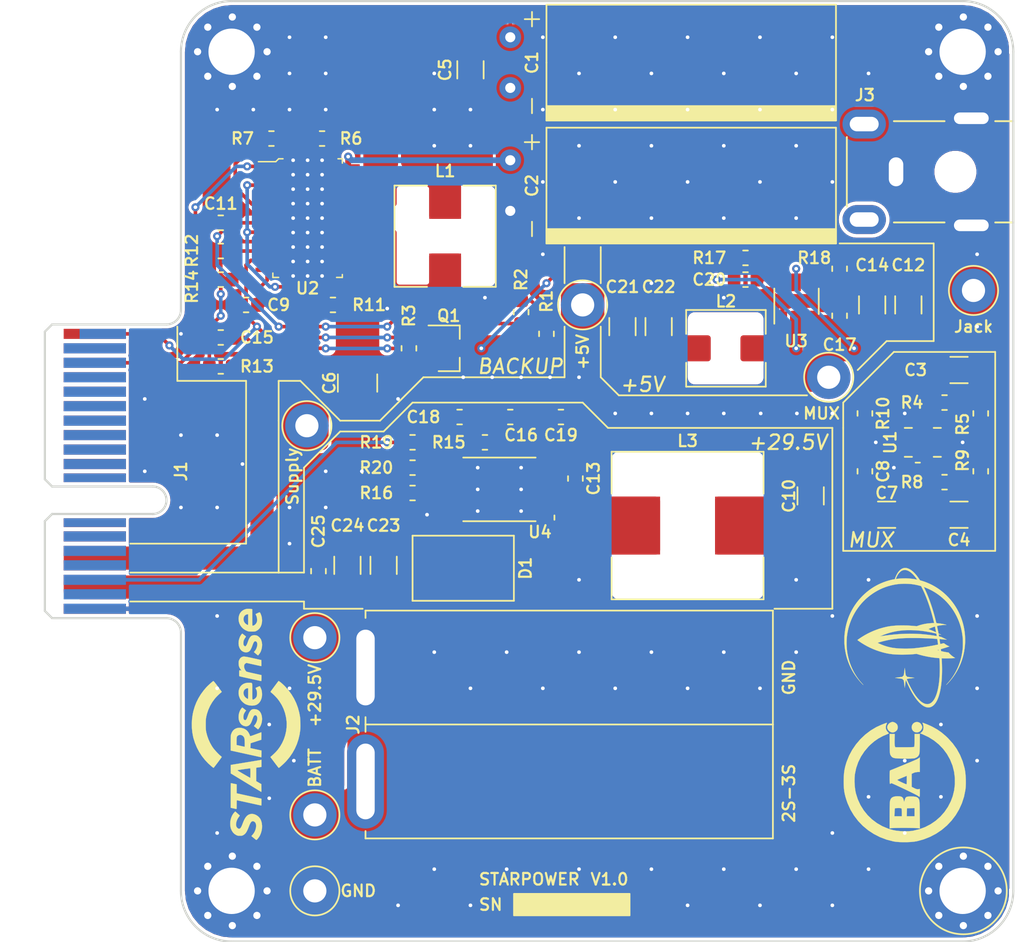
<source format=kicad_pcb>
(kicad_pcb (version 20171130) (host pcbnew "(5.1.5)-3")
  (layers (0 F.Cu signal) (31 B.Cu signal) (34 B.Paste user hide) (35 F.Paste user hide) (36 B.SilkS user hide) (37 F.SilkS user) (38 B.Mask user hide) (39 F.Mask user hide) (44 Edge.Cuts user))
  (net 0 "")
  (net 1 GND)
  (net 2 VDD)
  (net 3 +MUX)
  (net 4 "Net-(C8-Pad1)")
  (net 5 "Net-(C16-Pad1)")
  (net 6 +5V)
  (net 7 +29.5V)
  (net 8 "Net-(D1-Pad2)")
  (net 9 +BATT)
  (net 10 VDC)
  (net 11 "Net-(L1-Pad1)")
  (net 12 "Net-(L1-Pad2)")
  (net 13 /PWR_STAT)
  (net 14 "Net-(R4-Pad2)")
  (net 15 "Net-(R8-Pad2)")
  (net 16 "Net-(R10-Pad1)")
  (net 17 "Net-(R17-Pad2)")
  (net 18 /CAP_STAT)
  (net 19 "Net-(U2-Pad2)")
  (net 20 "Net-(U2-Pad4)")
  (net 21 "Net-(U2-Pad14)")
  (net 22 "Net-(U4-Pad6)")
  (net 23 "Net-(C20-Pad1)")
  (net 24 "Net-(C20-Pad2)")
  (net 25 "Net-(J3-Pad3)")
  (net 26 /Vcap)
  (net 27 /Vmid)
  (net 28 /SVsys)
  (net 29 /DIR)
  (net 30 /FB)
  (net 31 /FBVcap)
  (net 32 /PROG)
  (net 33 +3V3)
  (net 34 /COMP)
  (net 35 /SS)
  (net 36 /FREQ)
  (net 37 /FB_HV)
  (net 38 "Net-(J1-PadB2)")
  (net 39 "Net-(J1-PadB4)")
  (net 40 "Net-(J1-PadB5)")
  (net 41 "Net-(J1-PadB6)")
  (net 42 "Net-(J1-PadB7)")
  (net 43 "Net-(J1-PadB8)")
  (net 44 "Net-(J1-PadB9)")
  (net 45 "Net-(J1-PadB10)")
  (net 46 "Net-(J1-PadB11)")
  (net 47 "Net-(J1-PadA1)")
  (net 48 "Net-(J1-PadA2)")
  (net 49 "Net-(J1-PadA3)")
  (net 50 "Net-(J1-PadA4)")
  (net 51 "Net-(J1-PadA5)")
  (net 52 "Net-(J1-PadA6)")
  (net 53 "Net-(J1-PadA7)")
  (net 54 "Net-(J1-PadA8)")
  (net 55 "Net-(J1-PadA9)")
  (net 56 "Net-(J1-PadA10)")
  (net 57 "Net-(J1-PadA11)")
  (module Connector_PCBEdge:BUS_PCIexpress_x1 (layer F.Cu) (at -5.95 23 270)
    (fp_text reference J1 (at 9.5 -5.95 90) (layer F.SilkS) (effects (font (size 0.8 0.8))))
    (fp_text value PCIE1X)
    (fp_arc (start 11.5 -4) (end 12.45 -4) (angle -180) (layer Edge.Cuts) (width 0.15))
    (fp_line (start 19.65 2.95) (end 19.15 3.45) (layer Edge.Cuts) (width 0.15))
    (fp_line (start 12.45 2.95) (end 12.95 3.45) (layer Edge.Cuts) (width 0.15))
    (fp_line (start 10.55 2.95) (end 10.05 3.45) (layer Edge.Cuts) (width 0.15))
    (fp_line (start -0.65 2.95) (end -0.15 3.45) (layer Edge.Cuts) (width 0.15))
    (fp_line (start 12.95 3.45) (end 19.15 3.45) (layer Edge.Cuts) (width 0.15))
    (fp_line (start 19.65 -4.95) (end 19.65 2.95) (layer Edge.Cuts) (width 0.15))
    (fp_line (start -0.15 3.45) (end 10.05 3.45) (layer Edge.Cuts) (width 0.15))
    (fp_line (start -0.65 -4.95) (end -0.65 2.95) (layer Edge.Cuts) (width 0.15))
    (fp_line (start 12.45 -4) (end 12.45 2.95) (layer Edge.Cuts) (width 0.15))
    (fp_line (start 10.55 -4) (end 10.55 2.95) (layer Edge.Cuts) (width 0.15))
    (pad A13 connect rect (at 14 0 270) (size 0.7 4.3) (layers B.Cu B.Mask) (net 33 +3V3))
    (pad A12 connect rect (at 13.05 0 270) (size 0.6 4.3) (layers B.Cu B.Mask) (net 33 +3V3))
    (pad A18 connect rect (at 19 0 270) (size 0.7 4.3) (layers B.Cu B.Mask) (net 1 GND))
    (pad A17 connect rect (at 18 0 270) (size 0.7 4.3) (layers B.Cu B.Mask) (net 7 +29.5V))
    (pad A16 connect rect (at 17 0 270) (size 0.7 4.3) (layers B.Cu B.Mask) (net 7 +29.5V))
    (pad A15 connect rect (at 16 0 270) (size 0.7 4.3) (layers B.Cu B.Mask) (net 2 VDD))
    (pad A14 connect rect (at 15 0 270) (size 0.7 4.3) (layers B.Cu B.Mask) (net 2 VDD))
    (pad A11 connect rect (at 9.95 0 270) (size 0.6 4.3) (layers B.Cu B.Mask) (net 57 "Net-(J1-PadA11)"))
    (pad A10 connect rect (at 9 0 270) (size 0.7 4.3) (layers B.Cu B.Mask) (net 56 "Net-(J1-PadA10)"))
    (pad A9 connect rect (at 8 0 270) (size 0.7 4.3) (layers B.Cu B.Mask) (net 55 "Net-(J1-PadA9)"))
    (pad A8 connect rect (at 7 0 270) (size 0.7 4.3) (layers B.Cu B.Mask) (net 54 "Net-(J1-PadA8)"))
    (pad A7 connect rect (at 6 0 270) (size 0.7 4.3) (layers B.Cu B.Mask) (net 53 "Net-(J1-PadA7)"))
    (pad A6 connect rect (at 5 0 270) (size 0.7 4.3) (layers B.Cu B.Mask) (net 52 "Net-(J1-PadA6)"))
    (pad A5 connect rect (at 4 0 270) (size 0.7 4.3) (layers B.Cu B.Mask) (net 51 "Net-(J1-PadA5)"))
    (pad A4 connect rect (at 3 0 270) (size 0.7 4.3) (layers B.Cu B.Mask) (net 50 "Net-(J1-PadA4)"))
    (pad A3 connect rect (at 2 0 270) (size 0.7 4.3) (layers B.Cu B.Mask) (net 49 "Net-(J1-PadA3)"))
    (pad A2 connect rect (at 1 0 270) (size 0.7 4.3) (layers B.Cu B.Mask) (net 48 "Net-(J1-PadA2)"))
    (pad A1 connect rect (at 0 -0.55 270) (size 0.7 3.2) (layers B.Cu B.Mask) (net 47 "Net-(J1-PadA1)"))
    (pad B13 connect rect (at 14 0 270) (size 0.7 4.3) (layers F.Cu F.Mask) (net 33 +3V3))
    (pad B12 connect rect (at 13.05 0 270) (size 0.6 4.3) (layers F.Cu F.Mask) (net 33 +3V3))
    (pad B18 connect rect (at 19 0 270) (size 0.7 4.3) (layers F.Cu F.Mask) (net 1 GND))
    (pad B17 connect rect (at 18 -0.55 270) (size 0.7 3.2) (layers F.Cu F.Mask) (net 7 +29.5V))
    (pad B16 connect rect (at 17 0 270) (size 0.7 4.3) (layers F.Cu F.Mask) (net 7 +29.5V))
    (pad B15 connect rect (at 16 0 270) (size 0.7 4.3) (layers F.Cu F.Mask) (net 2 VDD))
    (pad B14 connect rect (at 15 0 270) (size 0.7 4.3) (layers F.Cu F.Mask) (net 2 VDD))
    (pad B11 connect rect (at 9.95 0 270) (size 0.6 4.3) (layers F.Cu F.Mask) (net 46 "Net-(J1-PadB11)"))
    (pad B10 connect rect (at 9 0 270) (size 0.7 4.3) (layers F.Cu F.Mask) (net 45 "Net-(J1-PadB10)"))
    (pad B9 connect rect (at 8 0 270) (size 0.7 4.3) (layers F.Cu F.Mask) (net 44 "Net-(J1-PadB9)"))
    (pad B8 connect rect (at 7 0 270) (size 0.7 4.3) (layers F.Cu F.Mask) (net 43 "Net-(J1-PadB8)"))
    (pad B7 connect rect (at 6 0 270) (size 0.7 4.3) (layers F.Cu F.Mask) (net 42 "Net-(J1-PadB7)"))
    (pad B6 connect rect (at 5 0 270) (size 0.7 4.3) (layers F.Cu F.Mask) (net 41 "Net-(J1-PadB6)"))
    (pad B5 connect rect (at 4 0 270) (size 0.7 4.3) (layers F.Cu F.Mask) (net 40 "Net-(J1-PadB5)"))
    (pad B4 connect rect (at 3 0 270) (size 0.7 4.3) (layers F.Cu F.Mask) (net 39 "Net-(J1-PadB4)"))
    (pad B3 connect rect (at 2 0 270) (size 0.7 4.3) (layers F.Cu F.Mask) (net 18 /CAP_STAT))
    (pad B2 connect rect (at 1 0 270) (size 0.7 4.3) (layers F.Cu F.Mask) (net 38 "Net-(J1-PadB2)"))
    (pad B1 connect rect (at 0 0 270) (size 0.7 4.3) (layers F.Cu F.Mask) (net 13 /PWR_STAT))
  )
  (module STAR_logos:star_9x8 (layer F.Cu) (at 50 44 90)
    (fp_text reference G*** hide)
    (fp_text value LOGO hide)
  )
  (module STAR_logos:bac_logo (layer F.Cu) (at 50 54 90)
    (fp_text reference G*** hide)
    (fp_text value LOGO hide)
  )
  (module STAR_logos:starsense_medium (layer F.Cu) (at 4.5 50 90)
    (fp_text reference G*** hide)
    (fp_text value LOGO hide)
  )
  (module STARpower:TO-227 (layer F.Cu) (at 19.5 39.2)
    (fp_text reference D1 (at 4.3 0 90) (layer F.SilkS) (effects (font (size 0.8 0.8))))
    (fp_text value FSV1045V)
    (pad 2 smd rect (at 2.75 0.985) (size 1.15 1.45) (layers F.Cu F.Paste F.Mask) (net 8 "Net-(D1-Pad2)"))
    (pad 2 smd rect (at 2.75 -0.985) (size 1.15 1.45) (layers F.Cu F.Paste F.Mask) (net 8 "Net-(D1-Pad2)"))
    (pad 1 smd rect (at -1 0) (size 4.65 4.15) (layers F.Cu F.Paste F.Mask) (net 7 +29.5V))
  )
  (module STARpower:744316330 (layer F.Cu) (at 37.65 24 270)
    (fp_text reference L2 (at -3.25 0 180) (layer F.SilkS) (effects (font (size 0.8 0.8))))
    (fp_text value 3.3uH)
    (pad 1 smd rect (at 0 -2.05 270) (size 1.6 1.9) (layers F.Cu F.Paste F.Mask) (net 23 "Net-(C20-Pad1)"))
    (pad 2 smd rect (at 0 2.05 270) (size 1.6 1.9) (layers F.Cu F.Paste F.Mask) (net 6 +5V))
  )
  (module STARpower:TPS2121 (layer F.Cu) (at 51.25 30.5 90)
    (fp_text reference U1 (at 0 -2.25 270) (layer F.SilkS) (effects (font (size 0.8 0.8))))
    (fp_text value TPS2121)
    (pad 1 smd roundrect (at -0.675 -0.35 90) (size 1.05 0.4) (layers F.Cu F.Paste F.Mask) (roundrect_rratio 0.125) (net 3 +MUX))
    (pad 2 smd roundrect (at -0.675 0.35 90) (size 1.05 0.4) (layers F.Cu F.Paste F.Mask) (roundrect_rratio 0.125) (net 9 +BATT))
    (pad 7 smd roundrect (at 0.675 0.35 90) (size 1.05 0.4) (layers F.Cu F.Paste F.Mask) (roundrect_rratio 0.125) (net 10 VDC))
    (pad 8 smd roundrect (at 0.675 -0.35 90) (size 1.05 0.4) (layers F.Cu F.Paste F.Mask) (roundrect_rratio 0.125) (net 3 +MUX))
    (pad 3 smd roundrect (at -0.75 1.15 90) (size 0.2 0.6) (layers F.Cu F.Paste F.Mask) (net 15 "Net-(R8-Pad2)"))
    (pad 4 smd roundrect (at -0.25 1.15 90) (size 0.2 0.6) (layers F.Cu F.Paste F.Mask) (net 1 GND))
    (pad 5 smd roundrect (at 0.25 1.15 90) (size 0.2 0.6) (layers F.Cu F.Paste F.Mask) (net 1 GND))
    (pad 6 smd roundrect (at 0.75 1.15 90) (size 0.2 0.6) (layers F.Cu F.Paste F.Mask) (net 14 "Net-(R4-Pad2)"))
    (pad 10 smd roundrect (at 0.25 -1.15 90) (size 0.2 0.6) (layers F.Cu F.Paste F.Mask) (net 16 "Net-(R10-Pad1)"))
    (pad 9 smd roundrect (at 0.75 -1.15 90) (size 0.2 0.6) (layers F.Cu F.Paste F.Mask) (net 1 GND))
    (pad 11 smd roundrect (at -0.25 -1.15 90) (size 0.2 0.6) (layers F.Cu F.Paste F.Mask) (net 4 "Net-(C8-Pad1)"))
    (pad 12 smd roundrect (at -0.75 -1.15 90) (size 0.2 0.6) (layers F.Cu F.Paste F.Mask) (net 1 GND))
  )
  (module STARpower:HTSSOP-14 (layer F.Cu) (at 22 33.75 90)
    (fp_text reference U4 (at -2.95 2.8) (layer F.SilkS) (effects (font (size 0.8 0.8))))
    (fp_text value TPS55340)
    (pad 14 smd rect (at 0 0 90) (size 2.31 2.46) (layers F.Cu F.Paste F.Mask) (net 1 GND))
    (pad 14 smd rect (at -1.95 -2.8 90) (size 0.3 1.6) (layers F.Cu F.Paste F.Mask) (net 1 GND))
    (pad 13 smd rect (at -1.3 -2.8 90) (size 0.3 1.6) (layers F.Cu F.Paste F.Mask) (net 1 GND))
    (pad 12 smd rect (at -0.65 -2.8 90) (size 0.3 1.6) (layers F.Cu F.Paste F.Mask) (net 1 GND))
    (pad 11 smd rect (at 0 -2.8 90) (size 0.3 1.6) (layers F.Cu F.Paste F.Mask) (net 1 GND))
    (pad 10 smd rect (at 0.65 -2.8 90) (size 0.3 1.6) (layers F.Cu F.Paste F.Mask) (net 36 /FREQ))
    (pad 9 smd rect (at 1.3 -2.8 90) (size 0.3 1.6) (layers F.Cu F.Paste F.Mask) (net 37 /FB_HV))
    (pad 8 smd rect (at 1.95 -2.8 90) (size 0.3 1.6) (layers F.Cu F.Paste F.Mask) (net 34 /COMP))
    (pad 7 smd rect (at 1.95 2.8 90) (size 0.3 1.6) (layers F.Cu F.Paste F.Mask) (net 1 GND))
    (pad 6 smd rect (at 1.3 2.8 90) (size 0.3 1.6) (layers F.Cu F.Paste F.Mask) (net 22 "Net-(U4-Pad6)"))
    (pad 5 smd rect (at 0.65 2.8 90) (size 0.3 1.6) (layers F.Cu F.Paste F.Mask) (net 35 /SS))
    (pad 4 smd rect (at 0 2.8 90) (size 0.3 1.6) (layers F.Cu F.Paste F.Mask) (net 3 +MUX))
    (pad 3 smd rect (at -0.65 2.8 90) (size 0.3 1.6) (layers F.Cu F.Paste F.Mask) (net 3 +MUX))
    (pad 2 smd rect (at -1.3 2.8 90) (size 0.3 1.6) (layers F.Cu F.Paste F.Mask) (net 8 "Net-(D1-Pad2)"))
    (pad 1 smd rect (at -1.95 2.8 90) (size 0.3 1.6) (layers F.Cu F.Paste F.Mask) (net 8 "Net-(D1-Pad2)"))
  )
  (module STARpower:TSSOP-24_W4.40mm_1EP (layer F.Cu) (at 8.75 15 270)
    (fp_text reference U2 (at 4.85 0 180) (layer F.SilkS) (effects (font (size 0.8 0.8))))
    (fp_text value LTC3110)
    (pad 1 smd rect (at -3.575 2.8 270) (size 0.3 1.6) (layers F.Cu F.Paste F.Mask) (net 18 /CAP_STAT))
    (pad 2 smd rect (at -2.925 2.8 270) (size 0.3 1.6) (layers F.Cu F.Paste F.Mask) (net 19 "Net-(U2-Pad2)"))
    (pad 3 smd rect (at -2.275 2.8 270) (size 0.3 1.6) (layers F.Cu F.Paste F.Mask) (net 2 VDD))
    (pad 4 smd rect (at -1.625 2.8 270) (size 0.3 1.6) (layers F.Cu F.Paste F.Mask) (net 20 "Net-(U2-Pad4)"))
    (pad 5 smd rect (at -0.975 2.8 270) (size 0.3 1.6) (layers F.Cu F.Paste F.Mask) (net 31 /FBVcap))
    (pad 6 smd rect (at -0.325 2.8 270) (size 0.3 1.6) (layers F.Cu F.Paste F.Mask) (net 1 GND))
    (pad 7 smd rect (at 0.325 2.8 270) (size 0.3 1.6) (layers F.Cu F.Paste F.Mask) (net 29 /DIR))
    (pad 8 smd rect (at 0.975 2.8 270) (size 0.3 1.6) (layers F.Cu F.Paste F.Mask) (net 2 VDD))
    (pad 9 smd rect (at 1.625 2.8 270) (size 0.3 1.6) (layers F.Cu F.Paste F.Mask) (net 30 /FB))
    (pad 10 smd rect (at 2.275 2.8 270) (size 0.3 1.6) (layers F.Cu F.Paste F.Mask) (net 32 /PROG))
    (pad 11 smd rect (at 2.925 2.8 270) (size 0.3 1.6) (layers F.Cu F.Paste F.Mask) (net 13 /PWR_STAT))
    (pad 12 smd rect (at 3.575 2.8 270) (size 0.3 1.6) (layers F.Cu F.Paste F.Mask) (net 28 /SVsys))
    (pad 13 smd rect (at 3.575 -2.8 270) (size 0.3 1.6) (layers F.Cu F.Paste F.Mask) (net 2 VDD))
    (pad 14 smd rect (at 2.925 -2.8 270) (size 0.3 1.6) (layers F.Cu F.Paste F.Mask) (net 21 "Net-(U2-Pad14)"))
    (pad 15 smd rect (at 2.275 -2.8 270) (size 0.3 1.6) (layers F.Cu F.Paste F.Mask) (net 2 VDD))
    (pad 16 smd rect (at 1.625 -2.8 270) (size 0.3 1.6) (layers F.Cu F.Paste F.Mask) (net 12 "Net-(L1-Pad2)"))
    (pad 17 smd rect (at 0.975 -2.8 270) (size 0.3 1.6) (layers F.Cu F.Paste F.Mask) (net 12 "Net-(L1-Pad2)"))
    (pad 18 smd rect (at 0.325 -2.8 270) (size 0.3 1.6) (layers F.Cu F.Paste F.Mask) (net 1 GND))
    (pad 19 smd rect (at -0.325 -2.8 270) (size 0.3 1.6) (layers F.Cu F.Paste F.Mask) (net 1 GND))
    (pad 20 smd rect (at -0.975 -2.8 270) (size 0.3 1.6) (layers F.Cu F.Paste F.Mask) (net 11 "Net-(L1-Pad1)"))
    (pad 21 smd rect (at -1.625 -2.8 270) (size 0.3 1.6) (layers F.Cu F.Paste F.Mask) (net 11 "Net-(L1-Pad1)"))
    (pad 22 smd rect (at -2.275 -2.8 270) (size 0.3 1.6) (layers F.Cu F.Paste F.Mask) (net 26 /Vcap))
    (pad 23 smd rect (at -2.925 -2.8 270) (size 0.3 1.6) (layers F.Cu F.Paste F.Mask) (net 26 /Vcap))
    (pad 24 smd rect (at -3.575 -2.8 270) (size 0.3 1.6) (layers F.Cu F.Paste F.Mask) (net 27 /Vmid))
    (pad 25 smd rect (at 0 0 270) (size 3.25 2.74) (layers F.Cu F.Paste F.Mask) (net 1 GND))
  )
  (module STARpower:1336G1 (layer F.Cu) (at 12.75 50 270)
    (fp_text reference J2 (at 0 0.85 90) (layer F.SilkS) (effects (font (size 0.8 0.8))))
    (fp_text value Powerpole)
    (pad 2 thru_hole oval (at 3.937 0 270) (size 6.5024 2.54) (drill oval 5.2324 1.27) (layers *.Cu *.Mask) (net 9 +BATT))
    (pad 1 thru_hole oval (at -3.937 0 270) (size 6.5024 2.54) (drill oval 5.2324 1.27) (layers *.Cu *.Mask) (net 1 GND))
  )
  (module STARpower:7443251000 (layer F.Cu) (at 35 36.25 270)
    (fp_text reference L3 (at -5.85 0 180) (layer F.SilkS) (effects (font (size 0.8 0.8))))
    (fp_text value 10uH)
    (pad 2 smd rect (at 0 3.825 270) (size 4 3.85) (layers F.Cu F.Paste F.Mask) (net 8 "Net-(D1-Pad2)"))
    (pad 1 smd rect (at 0 -3.825 270) (size 4 3.85) (layers F.Cu F.Paste F.Mask) (net 3 +MUX))
  )
  (module Resistor_SMD:R_0603_1608Metric (layer F.Cu) (at 2.75 17.275 180)
    (fp_text reference R12 (at 2 0.025 90) (layer F.SilkS) (effects (font (size 0.8 0.8))))
    (fp_text value 6.04k)
    (pad 2 smd roundrect (at 0.7875 0 180) (size 0.875 0.95) (layers F.Cu F.Paste F.Mask) (net 1 GND))
    (pad 1 smd roundrect (at -0.7875 0 180) (size 0.875 0.95) (layers F.Cu F.Paste F.Mask) (net 32 /PROG))
  )
  (module STARpower:SCCR20B335PRB (layer F.Cu) (at 22.75 12.75 270)
    (fp_text reference C2 (at 0 -1.5 90) (layer F.SilkS) (effects (font (size 0.8 0.8))))
    (fp_text value 3.3F)
    (pad 2 thru_hole circle (at 1.75 0 270) (size 1.5 1.5) (drill 0.7) (layers *.Cu *.Mask) (net 1 GND))
    (pad 1 thru_hole circle (at -1.75 0 270) (size 1.5 1.5) (drill 0.7) (layers *.Cu *.Mask) (net 27 /Vmid))
  )
  (module STARpower:SCCR20B335PRB (layer F.Cu) (at 22.75 4.25 270)
    (fp_text reference C1 (at 0 -1.5 90) (layer F.SilkS) (effects (font (size 0.8 0.8))))
    (fp_text value 3.3F)
    (pad 2 thru_hole circle (at 1.75 0 270) (size 1.5 1.5) (drill 0.7) (layers *.Cu *.Mask) (net 27 /Vmid))
    (pad 1 thru_hole circle (at -1.75 0 270) (size 1.5 1.5) (drill 0.7) (layers *.Cu *.Mask) (net 26 /Vcap))
  )
  (module Capacitor_SMD:C_1206_3216Metric (layer F.Cu) (at 53.75 25.5)
    (fp_text reference C3 (at -3 0 180) (layer F.SilkS) (effects (font (size 0.8 0.8))))
    (fp_text value 10uF)
    (pad 1 smd roundrect (at -1.4 0) (size 1.25 1.75) (layers F.Cu F.Paste F.Mask) (roundrect_rratio 0.2) (net 10 VDC))
    (pad 2 smd roundrect (at 1.4 0) (size 1.25 1.75) (layers F.Cu F.Paste F.Mask) (roundrect_rratio 0.2) (net 1 GND))
  )
  (module Capacitor_SMD:C_1206_3216Metric (layer F.Cu) (at 48.75 35.5 180)
    (fp_text reference C7 (at 0 1.5) (layer F.SilkS) (effects (font (size 0.8 0.8))))
    (fp_text value 10uF)
    (pad 1 smd roundrect (at -1.4 0 180) (size 1.25 1.75) (layers F.Cu F.Paste F.Mask) (roundrect_rratio 0.2) (net 3 +MUX))
    (pad 2 smd roundrect (at 1.4 0 180) (size 1.25 1.75) (layers F.Cu F.Paste F.Mask) (roundrect_rratio 0.2) (net 1 GND))
  )
  (module Capacitor_SMD:C_0603_1608Metric (layer F.Cu) (at 47.25 32.5 270)
    (fp_text reference C8 (at 0 -1.25 90) (layer F.SilkS) (effects (font (size 0.8 0.8))))
    (fp_text value 1uF)
    (pad 2 smd roundrect (at 0.7875 0 270) (size 0.875 0.95) (layers F.Cu F.Paste F.Mask) (net 1 GND))
    (pad 1 smd roundrect (at -0.7875 0 270) (size 0.875 0.95) (layers F.Cu F.Paste F.Mask) (net 4 "Net-(C8-Pad1)"))
  )
  (module Capacitor_SMD:C_0603_1608Metric (layer F.Cu) (at 27.25 33 90)
    (fp_text reference C13 (at 0 1.25 90) (layer F.SilkS) (effects (font (size 0.8 0.8))))
    (fp_text value 100nF)
    (pad 1 smd roundrect (at -0.7875 0 90) (size 0.875 0.95) (layers F.Cu F.Paste F.Mask) (net 3 +MUX))
    (pad 2 smd roundrect (at 0.7875 0 90) (size 0.875 0.95) (layers F.Cu F.Paste F.Mask) (net 1 GND))
  )
  (module Capacitor_SMD:C_0603_1608Metric (layer F.Cu) (at 2.75 23.25)
    (fp_text reference C15 (at 2.5 0) (layer F.SilkS) (effects (font (size 0.8 0.8))))
    (fp_text value 10pF)
    (pad 1 smd roundrect (at -0.7875 0) (size 0.875 0.95) (layers F.Cu F.Paste F.Mask) (net 30 /FB))
    (pad 2 smd roundrect (at 0.7875 0) (size 0.875 0.95) (layers F.Cu F.Paste F.Mask) (net 1 GND))
  )
  (module Capacitor_SMD:C_0603_1608Metric (layer F.Cu) (at 22.75 28.75)
    (fp_text reference C16 (at 0.75 1.25) (layer F.SilkS) (effects (font (size 0.8 0.8))))
    (fp_text value 1.2nF)
    (pad 2 smd roundrect (at 0.7875 0) (size 0.875 0.95) (layers F.Cu F.Paste F.Mask) (net 1 GND))
    (pad 1 smd roundrect (at -0.7875 0) (size 0.875 0.95) (layers F.Cu F.Paste F.Mask) (net 5 "Net-(C16-Pad1)"))
  )
  (module Capacitor_SMD:C_0603_1608Metric (layer F.Cu) (at 45.5 21.75 90)
    (fp_text reference C17 (at -2 0 180) (layer F.SilkS) (effects (font (size 0.8 0.8))))
    (fp_text value 100nF)
    (pad 1 smd roundrect (at -0.7875 0 90) (size 0.875 0.95) (layers F.Cu F.Paste F.Mask) (net 3 +MUX))
    (pad 2 smd roundrect (at 0.7875 0 90) (size 0.875 0.95) (layers F.Cu F.Paste F.Mask) (net 1 GND))
  )
  (module Capacitor_SMD:C_1206_3216Metric (layer F.Cu) (at 30.5 22.5 90)
    (fp_text reference C21 (at 2.75 0 180) (layer F.SilkS) (effects (font (size 0.8 0.8))))
    (fp_text value 22uF)
    (pad 1 smd roundrect (at -1.4 0 90) (size 1.25 1.75) (layers F.Cu F.Paste F.Mask) (roundrect_rratio 0.2) (net 6 +5V))
    (pad 2 smd roundrect (at 1.4 0 90) (size 1.25 1.75) (layers F.Cu F.Paste F.Mask) (roundrect_rratio 0.2) (net 1 GND))
  )
  (module Capacitor_SMD:C_1206_3216Metric (layer F.Cu) (at 33 22.5 90)
    (fp_text reference C22 (at 2.75 0 180) (layer F.SilkS) (effects (font (size 0.8 0.8))))
    (fp_text value 22uF)
    (pad 1 smd roundrect (at -1.4 0 90) (size 1.25 1.75) (layers F.Cu F.Paste F.Mask) (roundrect_rratio 0.2) (net 6 +5V))
    (pad 2 smd roundrect (at 1.4 0 90) (size 1.25 1.75) (layers F.Cu F.Paste F.Mask) (roundrect_rratio 0.2) (net 1 GND))
  )
  (module Package_TO_SOT_SMD:SOT-23 (layer F.Cu) (at 18.5 24)
    (fp_text reference Q1 (at 0 -2.25) (layer F.SilkS) (effects (font (size 0.8 0.8))))
    (fp_text value IRLML6402TRPBF)
    (pad 1 smd rect (at -1 -0.95) (size 0.9 0.8) (layers F.Cu F.Paste F.Mask) (net 13 /PWR_STAT))
    (pad 2 smd rect (at -1 0.95) (size 0.9 0.8) (layers F.Cu F.Paste F.Mask) (net 2 VDD))
    (pad 3 smd rect (at 1 0) (size 0.9 0.8) (layers F.Cu F.Paste F.Mask) (net 6 +5V))
  )
  (module Resistor_SMD:R_0603_1608Metric (layer F.Cu) (at 25.25 23 90)
    (fp_text reference R1 (at 2.25 0 90) (layer F.SilkS) (effects (font (size 0.8 0.8))))
    (fp_text value 7.5k)
    (pad 1 smd roundrect (at -0.7875 0 90) (size 0.875 0.95) (layers F.Cu F.Paste F.Mask) (net 6 +5V))
    (pad 2 smd roundrect (at 0.7875 0 90) (size 0.875 0.95) (layers F.Cu F.Paste F.Mask) (net 29 /DIR))
  )
  (module Resistor_SMD:R_0603_1608Metric (layer F.Cu) (at 23.5 21.5 270)
    (fp_text reference R2 (at -2.25 0 90) (layer F.SilkS) (effects (font (size 0.8 0.8))))
    (fp_text value 2.49k)
    (pad 1 smd roundrect (at -0.7875 0 270) (size 0.875 0.95) (layers F.Cu F.Paste F.Mask) (net 29 /DIR))
    (pad 2 smd roundrect (at 0.7875 0 270) (size 0.875 0.95) (layers F.Cu F.Paste F.Mask) (net 1 GND))
  )
  (module Resistor_SMD:R_0603_1608Metric (layer F.Cu) (at 15.75 24 90)
    (fp_text reference R3 (at 2.25 0 90) (layer F.SilkS) (effects (font (size 0.8 0.8))))
    (fp_text value 3.3k)
    (pad 1 smd roundrect (at -0.7875 0 90) (size 0.875 0.95) (layers F.Cu F.Paste F.Mask) (net 2 VDD))
    (pad 2 smd roundrect (at 0.7875 0 90) (size 0.875 0.95) (layers F.Cu F.Paste F.Mask) (net 13 /PWR_STAT))
  )
  (module Resistor_SMD:R_0603_1608Metric (layer F.Cu) (at 52.75 27.75)
    (fp_text reference R4 (at -2.25 0 180) (layer F.SilkS) (effects (font (size 0.8 0.8))))
    (fp_text value 15k)
    (pad 1 smd roundrect (at -0.7875 0) (size 0.875 0.95) (layers F.Cu F.Paste F.Mask) (net 10 VDC))
    (pad 2 smd roundrect (at 0.7875 0) (size 0.875 0.95) (layers F.Cu F.Paste F.Mask) (net 14 "Net-(R4-Pad2)"))
  )
  (module Resistor_SMD:R_0603_1608Metric (layer F.Cu) (at 55.25 28.5 270)
    (fp_text reference R5 (at 0.75 1.25 90) (layer F.SilkS) (effects (font (size 0.8 0.8))))
    (fp_text value 16k)
    (pad 2 smd roundrect (at 0.7875 0 270) (size 0.875 0.95) (layers F.Cu F.Paste F.Mask) (net 1 GND))
    (pad 1 smd roundrect (at -0.7875 0 270) (size 0.875 0.95) (layers F.Cu F.Paste F.Mask) (net 14 "Net-(R4-Pad2)"))
  )
  (module Resistor_SMD:R_0603_1608Metric (layer F.Cu) (at 9.75 9.5 180)
    (fp_text reference R6 (at -2 0) (layer F.SilkS) (effects (font (size 0.8 0.8))))
    (fp_text value 3320k)
    (pad 1 smd roundrect (at -0.7875 0 180) (size 0.875 0.95) (layers F.Cu F.Paste F.Mask) (net 26 /Vcap))
    (pad 2 smd roundrect (at 0.7875 0 180) (size 0.875 0.95) (layers F.Cu F.Paste F.Mask) (net 31 /FBVcap))
  )
  (module Resistor_SMD:R_0603_1608Metric (layer F.Cu) (at 6.25 9.5 180)
    (fp_text reference R7 (at 2 0) (layer F.SilkS) (effects (font (size 0.8 0.8))))
    (fp_text value 1910k)
    (pad 2 smd roundrect (at 0.7875 0 180) (size 0.875 0.95) (layers F.Cu F.Paste F.Mask) (net 1 GND))
    (pad 1 smd roundrect (at -0.7875 0 180) (size 0.875 0.95) (layers F.Cu F.Paste F.Mask) (net 31 /FBVcap))
  )
  (module Resistor_SMD:R_0603_1608Metric (layer F.Cu) (at 52.75 33.25)
    (fp_text reference R8 (at -2.25 0 180) (layer F.SilkS) (effects (font (size 0.8 0.8))))
    (fp_text value 10k)
    (pad 1 smd roundrect (at -0.7875 0) (size 0.875 0.95) (layers F.Cu F.Paste F.Mask) (net 9 +BATT))
    (pad 2 smd roundrect (at 0.7875 0) (size 0.875 0.95) (layers F.Cu F.Paste F.Mask) (net 15 "Net-(R8-Pad2)"))
  )
  (module Resistor_SMD:R_0603_1608Metric (layer F.Cu) (at 55.25 32.5 90)
    (fp_text reference R9 (at 0.75 -1.25 90) (layer F.SilkS) (effects (font (size 0.8 0.8))))
    (fp_text value 10k)
    (pad 2 smd roundrect (at 0.7875 0 90) (size 0.875 0.95) (layers F.Cu F.Paste F.Mask) (net 1 GND))
    (pad 1 smd roundrect (at -0.7875 0 90) (size 0.875 0.95) (layers F.Cu F.Paste F.Mask) (net 15 "Net-(R8-Pad2)"))
  )
  (module Resistor_SMD:R_0603_1608Metric (layer F.Cu) (at 47.25 28.5 90)
    (fp_text reference R10 (at 0 1.25 90) (layer F.SilkS) (effects (font (size 0.8 0.8))))
    (fp_text value 21.5k)
    (pad 1 smd roundrect (at -0.7875 0 90) (size 0.875 0.95) (layers F.Cu F.Paste F.Mask) (net 16 "Net-(R10-Pad1)"))
    (pad 2 smd roundrect (at 0.7875 0 90) (size 0.875 0.95) (layers F.Cu F.Paste F.Mask) (net 1 GND))
  )
  (module Resistor_SMD:R_0603_1608Metric (layer F.Cu) (at 10.5 21 180)
    (fp_text reference R11 (at -2.5 0) (layer F.SilkS) (effects (font (size 0.8 0.8))))
    (fp_text value 51.1R)
    (pad 1 smd roundrect (at -0.7875 0 180) (size 0.875 0.95) (layers F.Cu F.Paste F.Mask) (net 2 VDD))
    (pad 2 smd roundrect (at 0.7875 0 180) (size 0.875 0.95) (layers F.Cu F.Paste F.Mask) (net 28 /SVsys))
  )
  (module Resistor_SMD:R_0603_1608Metric (layer F.Cu) (at 2.75 25.25 180)
    (fp_text reference R13 (at -2.5 0) (layer F.SilkS) (effects (font (size 0.8 0.8))))
    (fp_text value 976k)
    (pad 2 smd roundrect (at 0.7875 0 180) (size 0.875 0.95) (layers F.Cu F.Paste F.Mask) (net 30 /FB))
    (pad 1 smd roundrect (at -0.7875 0 180) (size 0.875 0.95) (layers F.Cu F.Paste F.Mask) (net 2 VDD))
  )
  (module Resistor_SMD:R_0603_1608Metric (layer F.Cu) (at 2.75 19.25 180)
    (fp_text reference R14 (at 2 -0.5 90) (layer F.SilkS) (effects (font (size 0.8 0.8))))
    (fp_text value 133k)
    (pad 2 smd roundrect (at 0.7875 0 180) (size 0.875 0.95) (layers F.Cu F.Paste F.Mask) (net 1 GND))
    (pad 1 smd roundrect (at -0.7875 0 180) (size 0.875 0.95) (layers F.Cu F.Paste F.Mask) (net 30 /FB))
  )
  (module Resistor_SMD:R_0603_1608Metric (layer F.Cu) (at 21 30.5)
    (fp_text reference R15 (at -2.5 0) (layer F.SilkS) (effects (font (size 0.8 0.8))))
    (fp_text value 2.26k)
    (pad 1 smd roundrect (at -0.7875 0) (size 0.875 0.95) (layers F.Cu F.Paste F.Mask) (net 34 /COMP))
    (pad 2 smd roundrect (at 0.7875 0) (size 0.875 0.95) (layers F.Cu F.Paste F.Mask) (net 5 "Net-(C16-Pad1)"))
  )
  (module Resistor_SMD:R_0603_1608Metric (layer F.Cu) (at 16 34)
    (fp_text reference R16 (at -2.5 0) (layer F.SilkS) (effects (font (size 0.8 0.8))))
    (fp_text value 38.3k)
    (pad 1 smd roundrect (at -0.7875 0) (size 0.875 0.95) (layers F.Cu F.Paste F.Mask) (net 1 GND))
    (pad 2 smd roundrect (at 0.7875 0) (size 0.875 0.95) (layers F.Cu F.Paste F.Mask) (net 36 /FREQ))
  )
  (module Resistor_SMD:R_0603_1608Metric (layer F.Cu) (at 39 17.75)
    (fp_text reference R17 (at -2.5 0) (layer F.SilkS) (effects (font (size 0.8 0.8))))
    (fp_text value 54.9k)
    (pad 2 smd roundrect (at 0.7875 0) (size 0.875 0.95) (layers F.Cu F.Paste F.Mask) (net 17 "Net-(R17-Pad2)"))
    (pad 1 smd roundrect (at -0.7875 0) (size 0.875 0.95) (layers F.Cu F.Paste F.Mask) (net 6 +5V))
  )
  (module Resistor_SMD:R_0603_1608Metric (layer F.Cu) (at 45.5 18.5 270)
    (fp_text reference R18 (at -0.75 1.75 180) (layer F.SilkS) (effects (font (size 0.8 0.8))))
    (fp_text value 10k)
    (pad 1 smd roundrect (at -0.7875 0 270) (size 0.875 0.95) (layers F.Cu F.Paste F.Mask) (net 17 "Net-(R17-Pad2)"))
    (pad 2 smd roundrect (at 0.7875 0 270) (size 0.875 0.95) (layers F.Cu F.Paste F.Mask) (net 1 GND))
  )
  (module Resistor_SMD:R_0603_1608Metric (layer F.Cu) (at 16 30.5)
    (fp_text reference R19 (at -2.5 0) (layer F.SilkS) (effects (font (size 0.8 0.8))))
    (fp_text value 232k)
    (pad 1 smd roundrect (at -0.7875 0) (size 0.875 0.95) (layers F.Cu F.Paste F.Mask) (net 7 +29.5V))
    (pad 2 smd roundrect (at 0.7875 0) (size 0.875 0.95) (layers F.Cu F.Paste F.Mask) (net 37 /FB_HV))
  )
  (module Resistor_SMD:R_0603_1608Metric (layer F.Cu) (at 16 32.25 180)
    (fp_text reference R20 (at 2.5 0) (layer F.SilkS) (effects (font (size 0.8 0.8))))
    (fp_text value 10k)
    (pad 2 smd roundrect (at 0.7875 0 180) (size 0.875 0.95) (layers F.Cu F.Paste F.Mask) (net 1 GND))
    (pad 1 smd roundrect (at -0.7875 0 180) (size 0.875 0.95) (layers F.Cu F.Paste F.Mask) (net 37 /FB_HV))
  )
  (module Package_TO_SOT_SMD:TSOT-23-6 (layer F.Cu) (at 42.5 20.75 90)
    (fp_text reference U3 (at -2.75 0 180) (layer F.SilkS) (effects (font (size 0.8 0.8))))
    (fp_text value TPS565201)
    (pad 1 smd rect (at -1.31 -0.95 90) (size 1.22 0.65) (layers F.Cu F.Paste F.Mask) (net 1 GND))
    (pad 2 smd rect (at -1.31 0 90) (size 1.22 0.65) (layers F.Cu F.Paste F.Mask) (net 23 "Net-(C20-Pad1)"))
    (pad 3 smd rect (at -1.31 0.95 90) (size 1.22 0.65) (layers F.Cu F.Paste F.Mask) (net 3 +MUX))
    (pad 4 smd rect (at 1.31 0.95 90) (size 1.22 0.65) (layers F.Cu F.Paste F.Mask) (net 17 "Net-(R17-Pad2)"))
    (pad 5 smd rect (at 1.31 0 90) (size 1.22 0.65) (layers F.Cu F.Paste F.Mask) (net 3 +MUX))
    (pad 6 smd rect (at 1.31 -0.95 90) (size 1.22 0.65) (layers F.Cu F.Paste F.Mask) (net 24 "Net-(C20-Pad2)"))
  )
  (module Capacitor_SMD:C_1206_3216Metric (layer F.Cu) (at 53.75 35.5)
    (fp_text reference C4 (at 0 1.75 180) (layer F.SilkS) (effects (font (size 0.8 0.8))))
    (fp_text value 10uF)
    (pad 1 smd roundrect (at -1.4 0) (size 1.25 1.75) (layers F.Cu F.Paste F.Mask) (roundrect_rratio 0.2) (net 9 +BATT))
    (pad 2 smd roundrect (at 1.4 0) (size 1.25 1.75) (layers F.Cu F.Paste F.Mask) (roundrect_rratio 0.2) (net 1 GND))
  )
  (module Capacitor_SMD:C_1206_3216Metric (layer F.Cu) (at 20 4.75 270)
    (fp_text reference C5 (at 0 1.75 90) (layer F.SilkS) (effects (font (size 0.8 0.8))))
    (fp_text value 10uF)
    (pad 2 smd roundrect (at 1.4 0 270) (size 1.25 1.75) (layers F.Cu F.Paste F.Mask) (roundrect_rratio 0.2) (net 1 GND))
    (pad 1 smd roundrect (at -1.4 0 270) (size 1.25 1.75) (layers F.Cu F.Paste F.Mask) (roundrect_rratio 0.2) (net 26 /Vcap))
  )
  (module Capacitor_SMD:C_1210_3225Metric (layer F.Cu) (at 12.2 26.4 270)
    (fp_text reference C6 (at 0 1.95 90) (layer F.SilkS) (effects (font (size 0.8 0.8))))
    (fp_text value 150uF)
    (pad 1 smd roundrect (at -1.4 0 270) (size 1.25 2.65) (layers F.Cu F.Paste F.Mask) (roundrect_rratio 0.2) (net 2 VDD))
    (pad 2 smd roundrect (at 1.4 0 270) (size 1.25 2.65) (layers F.Cu F.Paste F.Mask) (roundrect_rratio 0.2) (net 1 GND))
  )
  (module Capacitor_SMD:C_0603_1608Metric (layer F.Cu) (at 4.5 21 180)
    (fp_text reference C9 (at -2.25 0) (layer F.SilkS) (effects (font (size 0.8 0.8))))
    (fp_text value 220nF)
    (pad 1 smd roundrect (at -0.7875 0 180) (size 0.875 0.95) (layers F.Cu F.Paste F.Mask) (net 28 /SVsys))
    (pad 2 smd roundrect (at 0.7875 0 180) (size 0.875 0.95) (layers F.Cu F.Paste F.Mask) (net 1 GND))
  )
  (module Capacitor_SMD:C_1206_3216Metric (layer F.Cu) (at 43.5 34.2 90)
    (fp_text reference C10 (at 0 -1.5 90) (layer F.SilkS) (effects (font (size 0.8 0.8))))
    (fp_text value 10uF)
    (pad 1 smd roundrect (at -1.4 0 90) (size 1.25 1.75) (layers F.Cu F.Paste F.Mask) (roundrect_rratio 0.2) (net 3 +MUX))
    (pad 2 smd roundrect (at 1.4 0 90) (size 1.25 1.75) (layers F.Cu F.Paste F.Mask) (roundrect_rratio 0.2) (net 1 GND))
  )
  (module Capacitor_SMD:C_0603_1608Metric (layer F.Cu) (at 2.75 15.325 180)
    (fp_text reference C11 (at 0 1.325) (layer F.SilkS) (effects (font (size 0.8 0.8))))
    (fp_text value 1nF)
    (pad 2 smd roundrect (at 0.7875 0 180) (size 0.875 0.95) (layers F.Cu F.Paste F.Mask) (net 1 GND))
    (pad 1 smd roundrect (at -0.7875 0 180) (size 0.875 0.95) (layers F.Cu F.Paste F.Mask) (net 29 /DIR))
  )
  (module Capacitor_SMD:C_1206_3216Metric (layer F.Cu) (at 50.25 21 90)
    (fp_text reference C12 (at 2.75 0 180) (layer F.SilkS) (effects (font (size 0.8 0.8))))
    (fp_text value 10uF)
    (pad 1 smd roundrect (at -1.4 0 90) (size 1.25 1.75) (layers F.Cu F.Paste F.Mask) (roundrect_rratio 0.2) (net 3 +MUX))
    (pad 2 smd roundrect (at 1.4 0 90) (size 1.25 1.75) (layers F.Cu F.Paste F.Mask) (roundrect_rratio 0.2) (net 1 GND))
  )
  (module Capacitor_SMD:C_1206_3216Metric (layer F.Cu) (at 47.75 21 90)
    (fp_text reference C14 (at 2.75 0 180) (layer F.SilkS) (effects (font (size 0.8 0.8))))
    (fp_text value 10uF)
    (pad 2 smd roundrect (at 1.4 0 90) (size 1.25 1.75) (layers F.Cu F.Paste F.Mask) (roundrect_rratio 0.2) (net 1 GND))
    (pad 1 smd roundrect (at -1.4 0 90) (size 1.25 1.75) (layers F.Cu F.Paste F.Mask) (roundrect_rratio 0.2) (net 3 +MUX))
  )
  (module Capacitor_SMD:C_0603_1608Metric (layer F.Cu) (at 19.25 28.75 180)
    (fp_text reference C18 (at 2.5 0) (layer F.SilkS) (effects (font (size 0.8 0.8))))
    (fp_text value 68nF)
    (pad 1 smd roundrect (at -0.7875 0 180) (size 0.875 0.95) (layers F.Cu F.Paste F.Mask) (net 34 /COMP))
    (pad 2 smd roundrect (at 0.7875 0 180) (size 0.875 0.95) (layers F.Cu F.Paste F.Mask) (net 1 GND))
  )
  (module Capacitor_SMD:C_0603_1608Metric (layer F.Cu) (at 26.25 28.75 180)
    (fp_text reference C19 (at 0 -1.25) (layer F.SilkS) (effects (font (size 0.8 0.8))))
    (fp_text value 27nF)
    (pad 2 smd roundrect (at 0.7875 0 180) (size 0.875 0.95) (layers F.Cu F.Paste F.Mask) (net 1 GND))
    (pad 1 smd roundrect (at -0.7875 0 180) (size 0.875 0.95) (layers F.Cu F.Paste F.Mask) (net 35 /SS))
  )
  (module Capacitor_SMD:C_0603_1608Metric (layer F.Cu) (at 39 19.25)
    (fp_text reference C20 (at -2.5 0) (layer F.SilkS) (effects (font (size 0.8 0.8))))
    (fp_text value 100nF)
    (pad 1 smd roundrect (at -0.7875 0) (size 0.875 0.95) (layers F.Cu F.Paste F.Mask) (net 23 "Net-(C20-Pad1)"))
    (pad 2 smd roundrect (at 0.7875 0) (size 0.875 0.95) (layers F.Cu F.Paste F.Mask) (net 24 "Net-(C20-Pad2)"))
  )
  (module Capacitor_SMD:C_1206_3216Metric (layer F.Cu) (at 14 39 90)
    (fp_text reference C23 (at 2.75 0 180) (layer F.SilkS) (effects (font (size 0.8 0.8))))
    (fp_text value 10uF)
    (pad 1 smd roundrect (at -1.4 0 90) (size 1.25 1.75) (layers F.Cu F.Paste F.Mask) (roundrect_rratio 0.2) (net 7 +29.5V))
    (pad 2 smd roundrect (at 1.4 0 90) (size 1.25 1.75) (layers F.Cu F.Paste F.Mask) (roundrect_rratio 0.2) (net 1 GND))
  )
  (module Capacitor_SMD:C_1206_3216Metric (layer F.Cu) (at 11.5 39 90)
    (fp_text reference C24 (at 2.75 0 180) (layer F.SilkS) (effects (font (size 0.8 0.8))))
    (fp_text value 10uF)
    (pad 2 smd roundrect (at 1.4 0 90) (size 1.25 1.75) (layers F.Cu F.Paste F.Mask) (roundrect_rratio 0.2) (net 1 GND))
    (pad 1 smd roundrect (at -1.4 0 90) (size 1.25 1.75) (layers F.Cu F.Paste F.Mask) (roundrect_rratio 0.2) (net 7 +29.5V))
  )
  (module STARpower:CUI_PJ-047AH (layer F.Cu) (at 51.75 11.8)
    (fp_text reference J3 (at -4.5 -5.3 180) (layer F.SilkS) (effects (font (size 0.8 0.8))))
    (fp_text value PJ-047AH)
    (pad 1 thru_hole oval (at -4.55 -3.3) (size 3 2) (drill oval 2 1) (layers *.Cu *.Mask) (net 10 VDC))
    (pad 3 thru_hole oval (at -4.55 3.3) (size 2.999999 2) (drill oval 2 1) (layers *.Cu *.Mask) (net 25 "Net-(J3-Pad3)") (clearance 0.254))
    (pad 2 thru_hole oval (at -2.35 0) (size 2 3) (drill oval 1 2) (layers *.Cu *.Mask) (net 1 GND))
    (pad MP thru_hole oval (at 2.85 3.7) (size 2.95 1.35) (drill oval 2.4 0.8) (layers *.Cu *.Mask) (net 1 GND))
    (pad MP thru_hole oval (at 2.85 -3.7) (size 2.95 1.35) (drill oval 2.4 0.8) (layers *.Cu *.Mask) (net 1 GND))
    (pad "" np_thru_hole circle (at 1.75 0) (size 2.4 2.4) (drill 2.4) (layers *.Cu *.Mask) (clearance 0.254))
  )
  (module STARpower:744314150 (layer F.Cu) (at 18.25 16.25)
    (fp_text reference L1 (at 0 -4.5) (layer F.SilkS) (effects (font (size 0.8 0.8))))
    (fp_text value 1.5uH)
    (pad 1 smd rect (at 0 -2.55) (size 2.2 2.7) (layers F.Cu F.Paste F.Mask) (net 11 "Net-(L1-Pad1)"))
    (pad 2 smd rect (at 0 2.55) (size 2.2 2.7) (layers F.Cu F.Paste F.Mask) (net 12 "Net-(L1-Pad2)"))
  )
  (module Capacitor_SMD:C_0603_1608Metric (layer F.Cu) (at 9.5 39.4 90)
    (fp_text reference C25 (at 2.75 0 90) (layer F.SilkS) (effects (font (size 0.8 0.8))))
    (fp_text value 680nF)
    (pad 1 smd roundrect (at -0.7875 0 90) (size 0.875 0.95) (layers F.Cu F.Paste F.Mask) (net 7 +29.5V))
    (pad 2 smd roundrect (at 0.7875 0 90) (size 0.875 0.95) (layers F.Cu F.Paste F.Mask) (net 1 GND))
  )
  (module MountingHole:MountingHole_3.2mm_M3_Pad_Via (layer F.Cu) (at 3.55 3.5)
    (fp_text reference H1 hide)
    (fp_text value MountingHole_Pad)
    (pad 1 thru_hole circle (at -0.05 0) (size 6.4 6.4) (drill 3.2) (layers *.Cu *.Mask) (net 1 GND))
    (pad 1 thru_hole circle (at 2.4 0) (size 0.8 0.8) (drill 0.5) (layers *.Cu *.Mask) (net 1 GND))
    (pad 1 thru_hole circle (at 1.697056 1.697056) (size 0.8 0.8) (drill 0.5) (layers *.Cu *.Mask) (net 1 GND))
    (pad 1 thru_hole circle (at 0 2.4) (size 0.8 0.8) (drill 0.5) (layers *.Cu *.Mask) (net 1 GND))
    (pad 1 thru_hole circle (at -1.697056 1.697056) (size 0.8 0.8) (drill 0.5) (layers *.Cu *.Mask) (net 1 GND))
    (pad 1 thru_hole circle (at -2.4 0) (size 0.8 0.8) (drill 0.5) (layers *.Cu *.Mask) (net 1 GND))
    (pad 1 thru_hole circle (at -1.697056 -1.697056) (size 0.8 0.8) (drill 0.5) (layers *.Cu *.Mask) (net 1 GND))
    (pad 1 thru_hole circle (at 0 -2.4) (size 0.8 0.8) (drill 0.5) (layers *.Cu *.Mask) (net 1 GND))
    (pad 1 thru_hole circle (at 1.697056 -1.697056) (size 0.8 0.8) (drill 0.5) (layers *.Cu *.Mask) (net 1 GND))
  )
  (module MountingHole:MountingHole_3.2mm_M3_Pad_Via (layer F.Cu) (at 54.05 3.5)
    (fp_text reference H2 hide)
    (fp_text value MountingHole_Pad)
    (pad 1 thru_hole circle (at 1.697056 -1.697056) (size 0.8 0.8) (drill 0.5) (layers *.Cu *.Mask) (net 1 GND))
    (pad 1 thru_hole circle (at 0 -2.4) (size 0.8 0.8) (drill 0.5) (layers *.Cu *.Mask) (net 1 GND))
    (pad 1 thru_hole circle (at -1.697056 -1.697056) (size 0.8 0.8) (drill 0.5) (layers *.Cu *.Mask) (net 1 GND))
    (pad 1 thru_hole circle (at -2.4 0) (size 0.8 0.8) (drill 0.5) (layers *.Cu *.Mask) (net 1 GND))
    (pad 1 thru_hole circle (at -1.697056 1.697056) (size 0.8 0.8) (drill 0.5) (layers *.Cu *.Mask) (net 1 GND))
    (pad 1 thru_hole circle (at 0 2.4) (size 0.8 0.8) (drill 0.5) (layers *.Cu *.Mask) (net 1 GND))
    (pad 1 thru_hole circle (at 1.697056 1.697056) (size 0.8 0.8) (drill 0.5) (layers *.Cu *.Mask) (net 1 GND))
    (pad 1 thru_hole circle (at 2.4 0) (size 0.8 0.8) (drill 0.5) (layers *.Cu *.Mask) (net 1 GND))
    (pad 1 thru_hole circle (at -0.05 0) (size 6.4 6.4) (drill 3.2) (layers *.Cu *.Mask) (net 1 GND))
  )
  (module MountingHole:MountingHole_3.2mm_M3_Pad_Via (layer F.Cu) (at 54.05 61.5)
    (fp_text reference H3 hide)
    (fp_text value MountingHole_Pad)
    (pad 1 thru_hole circle (at -0.05 0) (size 6.4 6.4) (drill 3.2) (layers *.Cu *.Mask) (net 1 GND))
    (pad 1 thru_hole circle (at 2.4 0) (size 0.8 0.8) (drill 0.5) (layers *.Cu *.Mask) (net 1 GND))
    (pad 1 thru_hole circle (at 1.697056 1.697056) (size 0.8 0.8) (drill 0.5) (layers *.Cu *.Mask) (net 1 GND))
    (pad 1 thru_hole circle (at 0 2.4) (size 0.8 0.8) (drill 0.5) (layers *.Cu *.Mask) (net 1 GND))
    (pad 1 thru_hole circle (at -1.697056 1.697056) (size 0.8 0.8) (drill 0.5) (layers *.Cu *.Mask) (net 1 GND))
    (pad 1 thru_hole circle (at -2.4 0) (size 0.8 0.8) (drill 0.5) (layers *.Cu *.Mask) (net 1 GND))
    (pad 1 thru_hole circle (at -1.697056 -1.697056) (size 0.8 0.8) (drill 0.5) (layers *.Cu *.Mask) (net 1 GND))
    (pad 1 thru_hole circle (at 0 -2.4) (size 0.8 0.8) (drill 0.5) (layers *.Cu *.Mask) (net 1 GND))
    (pad 1 thru_hole circle (at 1.697056 -1.697056) (size 0.8 0.8) (drill 0.5) (layers *.Cu *.Mask) (net 1 GND))
  )
  (module MountingHole:MountingHole_3.2mm_M3_Pad_Via (layer F.Cu) (at 3.55 61.5)
    (fp_text reference H4 hide)
    (fp_text value MountingHole_Pad)
    (pad 1 thru_hole circle (at 1.697056 -1.697056) (size 0.8 0.8) (drill 0.5) (layers *.Cu *.Mask) (net 1 GND))
    (pad 1 thru_hole circle (at 0 -2.4) (size 0.8 0.8) (drill 0.5) (layers *.Cu *.Mask) (net 1 GND))
    (pad 1 thru_hole circle (at -1.697056 -1.697056) (size 0.8 0.8) (drill 0.5) (layers *.Cu *.Mask) (net 1 GND))
    (pad 1 thru_hole circle (at -2.4 0) (size 0.8 0.8) (drill 0.5) (layers *.Cu *.Mask) (net 1 GND))
    (pad 1 thru_hole circle (at -1.697056 1.697056) (size 0.8 0.8) (drill 0.5) (layers *.Cu *.Mask) (net 1 GND))
    (pad 1 thru_hole circle (at 0 2.4) (size 0.8 0.8) (drill 0.5) (layers *.Cu *.Mask) (net 1 GND))
    (pad 1 thru_hole circle (at 1.697056 1.697056) (size 0.8 0.8) (drill 0.5) (layers *.Cu *.Mask) (net 1 GND))
    (pad 1 thru_hole circle (at 2.4 0) (size 0.8 0.8) (drill 0.5) (layers *.Cu *.Mask) (net 1 GND))
    (pad 1 thru_hole circle (at -0.05 0) (size 6.4 6.4) (drill 3.2) (layers *.Cu *.Mask) (net 1 GND))
  )
  (module TestPoint:TestPoint_Loop_D2.60mm_Drill1.6mm_Beaded (layer F.Cu) (at 54.75 20)
    (fp_text reference Jack (at 0 2.5 180) (layer F.SilkS) (effects (font (size 0.8 0.8))))
    (fp_text value TestPoint)
    (pad 1 thru_hole circle (at 0 0) (size 3 3) (drill 1.6) (layers *.Cu *.Mask) (net 10 VDC))
  )
  (module TestPoint:TestPoint_Loop_D2.60mm_Drill1.6mm_Beaded (layer F.Cu) (at 9.25 56.25)
    (fp_text reference BATT (at 0 -3.25 90) (layer F.SilkS) (effects (font (size 0.8 0.8))))
    (fp_text value TestPoint)
    (pad 1 thru_hole circle (at 0 0) (size 3 3) (drill 1.6) (layers *.Cu *.Mask) (net 9 +BATT))
  )
  (module TestPoint:TestPoint_Loop_D2.60mm_Drill1.6mm_Beaded (layer F.Cu) (at 44.75 26)
    (fp_text reference MUX (at -0.5 2.5 180) (layer F.SilkS) (effects (font (size 0.8 0.8))))
    (fp_text value TestPoint)
    (pad 1 thru_hole circle (at 0 0) (size 3 3) (drill 1.6) (layers *.Cu *.Mask) (net 3 +MUX))
  )
  (module TestPoint:TestPoint_Loop_D2.60mm_Drill1.6mm_Beaded (layer F.Cu) (at 8.7 29.35)
    (fp_text reference Supply (at -1 3.5 90) (layer F.SilkS) (effects (font (size 0.8 0.8))))
    (fp_text value TestPoint)
    (pad 1 thru_hole circle (at 0 0) (size 3 3) (drill 1.6) (layers *.Cu *.Mask) (net 2 VDD))
  )
  (module TestPoint:TestPoint_Loop_D2.60mm_Drill1.6mm_Beaded (layer F.Cu) (at 27.75 21)
    (fp_text reference +5V (at 0 3.25 90) (layer F.SilkS) (effects (font (size 0.8 0.8))))
    (fp_text value TestPoint)
    (pad 1 thru_hole circle (at 0 0) (size 3 3) (drill 1.6) (layers *.Cu *.Mask) (net 6 +5V))
  )
  (module TestPoint:TestPoint_Loop_D2.60mm_Drill1.6mm_Beaded (layer F.Cu) (at 9.25 44)
    (fp_text reference +29.5V (at 0 4 90) (layer F.SilkS) (effects (font (size 0.8 0.8))))
    (fp_text value TestPoint)
    (pad 1 thru_hole circle (at 0 0) (size 3 3) (drill 1.6) (layers *.Cu *.Mask) (net 7 +29.5V))
  )
  (module TestPoint:TestPoint_Loop_D2.60mm_Drill1.6mm_Beaded (layer F.Cu) (at 9.25 61.5)
    (fp_text reference GND (at 3 0) (layer F.SilkS) (effects (font (size 0.8 0.8))))
    (fp_text value TestPoint)
    (pad 1 thru_hole circle (at 0 0) (size 3 3) (drill 1.6) (layers *.Cu *.Mask) (net 1 GND))
  )
  (gr_line (start 29 17.25) (end 29 17) (layer F.SilkS) (width 0.12))
  (gr_line (start 29 19.5) (end 29 17.25) (layer F.SilkS) (width 0.12))
  (gr_line (start 26.5 19.5) (end 26.5 17) (layer F.SilkS) (width 0.12))
  (gr_arc (start -1 21.35) (end -1 22.35) (angle -90) (layer Edge.Cuts) (width 0.15))
  (gr_line (start 45 42) (end 41 42) (layer F.SilkS) (width 0.12))
  (gr_circle (center 54.05 61.5) (end 57.05 61.5) (layer F.SilkS) (width 0.12))
  (gr_text SN (at 20.5 62.45) (layer F.SilkS) (effects (font (size 0.8 0.8)) (justify left)))
  (gr_poly (pts (xy 31 63.2) (xy 23 63.2) (xy 23 61.7) (xy 31 61.7)) (layer F.SilkS) (width 0.1))
  (gr_text V1.0 (at 31 60.7) (layer F.SilkS) (effects (font (size 0.8 0.8)) (justify right)))
  (gr_text STARPOWER (at 20.5 60.7) (layer F.SilkS) (effects (font (size 0.8 0.8)) (justify left)))
  (gr_text GND (at 42 46.75 90) (layer F.SilkS) (effects (font (size 0.8 0.8))))
  (gr_text 2S-3S (at 42 54.75 90) (layer F.SilkS) (effects (font (size 0.8 0.8))))
  (gr_line (start 6.75 26.25) (end 8.25 26.25) (layer F.SilkS) (width 0.12))
  (gr_line (start 8.5 41.5) (end 8.5 42) (layer F.SilkS) (width 0.12))
  (gr_line (start 6.75 29) (end 6.75 39.5) (layer F.SilkS) (width 0.12))
  (gr_line (start 6.75 26.25) (end 6.75 29) (layer F.SilkS) (width 0.12))
  (gr_line (start 4.5 37.5) (end 4.5 26.25) (layer F.SilkS) (width 0.12))
  (gr_line (start -3.5 37.5) (end 4.5 37.5) (layer F.SilkS) (width 0.12))
  (gr_line (start 8.5 41.5) (end -3.5 41.5) (layer F.SilkS) (width 0.12))
  (gr_line (start 6.75 39.5) (end 8.5 39.5) (layer F.SilkS) (width 0.12))
  (gr_line (start -3.5 39.5) (end 6.75 39.5) (layer F.SilkS) (width 0.12))
  (gr_text MUX (at 46 37.25) (layer F.SilkS) (effects (font (size 1 1) (thickness 0.15) italic) (justify left)))
  (gr_line (start 45.75 38) (end 45.75 29.5) (layer F.SilkS) (width 0.12))
  (gr_line (start 56.25 38) (end 45.75 38) (layer F.SilkS) (width 0.12))
  (gr_line (start 56.25 24.25) (end 56.25 38) (layer F.SilkS) (width 0.12))
  (gr_line (start 49.25 24.25) (end 56.25 24.25) (layer F.SilkS) (width 0.12))
  (gr_line (start 45.75 27.75) (end 49.25 24.25) (layer F.SilkS) (width 0.12))
  (gr_line (start 45.75 29.5) (end 45.75 27.75) (layer F.SilkS) (width 0.12))
  (gr_text BACKUP (at 26.5 25.25) (layer F.SilkS) (effects (font (size 1 1) (thickness 0.15) italic) (justify right)))
  (gr_text +29.5V (at 44.75 30.5) (layer F.SilkS) (effects (font (size 1 1) (thickness 0.15) italic) (justify right)))
  (gr_text +5V (at 33.5 26.5) (layer F.SilkS) (effects (font (size 1 1) (thickness 0.15) italic) (justify right)))
  (gr_line (start 52 16.75) (end 45.5 16.75) (layer F.SilkS) (width 0.12))
  (gr_line (start 52 23.5) (end 52 16.75) (layer F.SilkS) (width 0.12))
  (gr_line (start 48.75 23.5) (end 52 23.5) (layer F.SilkS) (width 0.12))
  (gr_line (start 46.75 25.5) (end 48.75 23.5) (layer F.SilkS) (width 0.12))
  (gr_line (start 30.25 27.25) (end 43.25 27.25) (layer F.SilkS) (width 0.12))
  (gr_line (start 29 26) (end 30.25 27.25) (layer F.SilkS) (width 0.12))
  (gr_line (start 29 22.5) (end 29 26) (layer F.SilkS) (width 0.12))
  (gr_line (start 14 29.75) (end 14.25 29.5) (layer F.SilkS) (width 0.12))
  (gr_line (start 11 29.75) (end 14 29.75) (layer F.SilkS) (width 0.12))
  (gr_line (start 8.5 32.25) (end 11 29.75) (layer F.SilkS) (width 0.12))
  (gr_line (start 8.5 39.5) (end 8.5 32.25) (layer F.SilkS) (width 0.12))
  (gr_line (start 12.55 42) (end 8.5 42) (layer F.SilkS) (width 0.12))
  (gr_line (start 45 29.5) (end 45 42) (layer F.SilkS) (width 0.12))
  (gr_line (start 29.5 29.5) (end 45 29.5) (layer F.SilkS) (width 0.12))
  (gr_line (start 27.75 27.75) (end 29.5 29.5) (layer F.SilkS) (width 0.12))
  (gr_line (start 16 27.75) (end 27.75 27.75) (layer F.SilkS) (width 0.12))
  (gr_line (start 14.25 29.5) (end 16 27.75) (layer F.SilkS) (width 0.12))
  (gr_line (start 26.5 26) (end 26.5 22.5) (layer F.SilkS) (width 0.12))
  (gr_line (start 16.75 26) (end 26.5 26) (layer F.SilkS) (width 0.12))
  (gr_line (start 13.75 29) (end 16.75 26) (layer F.SilkS) (width 0.12))
  (gr_line (start 11 29) (end 13.75 29) (layer F.SilkS) (width 0.12))
  (gr_line (start 8.25 26.25) (end 11 29) (layer F.SilkS) (width 0.12))
  (gr_line (start -0.25 26.25) (end 4.5 26.25) (layer F.SilkS) (width 0.12))
  (gr_line (start -0.25 22.5) (end -0.25 26.25) (layer F.SilkS) (width 0.12))
  (gr_line (start 0 21.35) (end 0 3.5) (layer Edge.Cuts) (width 0.15))
  (gr_line (start 0 61.5) (end 0 43.65) (layer Edge.Cuts) (width 0.15))
  (gr_arc (start -1 43.65) (end 0 43.65) (angle -90) (layer Edge.Cuts) (width 0.15))
  (gr_arc (start 3.5 61.5) (end 0 61.5) (angle -90) (layer Edge.Cuts) (width 0.15))
  (gr_line (start 3.5 65) (end 54 65) (layer Edge.Cuts) (width 0.15))
  (gr_arc (start 54 61.5) (end 54 65) (angle -90) (layer Edge.Cuts) (width 0.15))
  (gr_arc (start 3.5 3.5) (end 3.5 0) (angle -90) (layer Edge.Cuts) (width 0.15))
  (gr_arc (start 54 3.5) (end 57.5 3.5) (angle -90) (layer Edge.Cuts) (width 0.15))
  (gr_line (start 57.5 3.5) (end 57.5 61.5) (layer Edge.Cuts) (width 0.15))
  (gr_line (start 3.5 0) (end 54 0) (layer Edge.Cuts) (width 0.15))
  (via (at 9.75 14) (size 0.5588) (drill 0.254) (layers F.Cu B.Cu) (net 1))
  (via (at 9.75 15) (size 0.5588) (drill 0.254) (layers F.Cu B.Cu) (net 1))
  (via (at 9.75 16) (size 0.5588) (drill 0.254) (layers F.Cu B.Cu) (net 1))
  (via (at 8.75 16) (size 0.5588) (drill 0.254) (layers F.Cu B.Cu) (net 1))
  (via (at 7.75 16) (size 0.5588) (drill 0.254) (layers F.Cu B.Cu) (net 1))
  (via (at 7.75 15) (size 0.5588) (drill 0.254) (layers F.Cu B.Cu) (net 1))
  (via (at 7.75 14) (size 0.5588) (drill 0.254) (layers F.Cu B.Cu) (net 1))
  (via (at 8.75 14) (size 0.5588) (drill 0.254) (layers F.Cu B.Cu) (net 1))
  (via (at 8.75 15) (size 0.5588) (drill 0.254) (layers F.Cu B.Cu) (net 1))
  (segment (start 3.5375 23.25) (end 4.5 23.25) (width 0.25) (layer F.Cu) (net 1))
  (segment (start 5.25 24) (end 6.5 24) (width 0.25) (layer F.Cu) (net 1))
  (segment (start 4.5 23.25) (end 5.25 24) (width 0.25) (layer F.Cu) (net 1))
  (segment (start 15.2125 34) (end 15.2125 32.25) (width 0.25) (layer F.Cu) (net 1))
  (segment (start 15.2125 31.775) (end 16 30.9875) (width 0.25) (layer F.Cu) (net 1))
  (segment (start 15.2125 32.25) (end 15.2125 31.775) (width 0.25) (layer F.Cu) (net 1))
  (segment (start 16 30.9875) (end 16 29.5) (width 0.25) (layer F.Cu) (net 1))
  (segment (start 16.75 28.75) (end 18.4625 28.75) (width 0.25) (layer F.Cu) (net 1))
  (segment (start 16 29.5) (end 16.75 28.75) (width 0.25) (layer F.Cu) (net 1))
  (segment (start 18.4625 28.275) (end 19.2375 27.5) (width 0.25) (layer F.Cu) (net 1))
  (segment (start 18.4625 28.75) (end 18.4625 28.275) (width 0.25) (layer F.Cu) (net 1))
  (segment (start 19.2375 27.5) (end 23 27.5) (width 0.25) (layer F.Cu) (net 1))
  (segment (start 23.5375 28.0375) (end 23.5375 28.75) (width 0.25) (layer F.Cu) (net 1))
  (segment (start 23 27.5) (end 23.5375 28.0375) (width 0.25) (layer F.Cu) (net 1))
  (segment (start 23.5375 28.75) (end 25.4625 28.75) (width 0.25) (layer F.Cu) (net 1))
  (segment (start 24.8 31.8) (end 26.05 31.8) (width 0.25) (layer F.Cu) (net 1))
  (segment (start 26.4625 32.2125) (end 27.25 32.2125) (width 0.25) (layer F.Cu) (net 1))
  (segment (start 26.05 31.8) (end 26.4625 32.2125) (width 0.25) (layer F.Cu) (net 1))
  (segment (start 24.8 30.95) (end 24.8 31.8) (width 0.25) (layer F.Cu) (net 1))
  (segment (start 25.4625 28.75) (end 25.4625 30.2875) (width 0.25) (layer F.Cu) (net 1))
  (segment (start 25.4625 30.2875) (end 24.8 30.95) (width 0.25) (layer F.Cu) (net 1))
  (via (at 2.5 30) (size 0.5588) (drill 0.254) (layers F.Cu B.Cu) (net 1))
  (via (at 4.25 32) (size 0.5588) (drill 0.254) (layers F.Cu B.Cu) (net 1))
  (via (at 45 2.5) (size 0.5588) (drill 0.254) (layers F.Cu B.Cu) (net 1))
  (via (at 40 2.5) (size 0.5588) (drill 0.254) (layers F.Cu B.Cu) (net 1))
  (via (at 35 2.5) (size 0.5588) (drill 0.254) (layers F.Cu B.Cu) (net 1))
  (via (at 30 2.5) (size 0.5588) (drill 0.254) (layers F.Cu B.Cu) (net 1))
  (via (at 25 2.5) (size 0.5588) (drill 0.254) (layers F.Cu B.Cu) (net 1))
  (via (at 25 7.5) (size 0.5588) (drill 0.254) (layers F.Cu B.Cu) (net 1))
  (via (at 30 7.5) (size 0.5588) (drill 0.254) (layers F.Cu B.Cu) (net 1))
  (via (at 35 7.5) (size 0.5588) (drill 0.254) (layers F.Cu B.Cu) (net 1))
  (via (at 40 7.5) (size 0.5588) (drill 0.254) (layers F.Cu B.Cu) (net 1))
  (via (at 45 7.5) (size 0.5588) (drill 0.254) (layers F.Cu B.Cu) (net 1))
  (via (at 45 12.5) (size 0.5588) (drill 0.254) (layers F.Cu B.Cu) (net 1))
  (via (at 40 12.5) (size 0.5588) (drill 0.254) (layers F.Cu B.Cu) (net 1))
  (via (at 35 12.5) (size 0.5588) (drill 0.254) (layers F.Cu B.Cu) (net 1))
  (via (at 30 12.5) (size 0.5588) (drill 0.254) (layers F.Cu B.Cu) (net 1))
  (via (at 25 12.5) (size 0.5588) (drill 0.254) (layers F.Cu B.Cu) (net 1))
  (via (at 25 17.5) (size 0.5588) (drill 0.254) (layers F.Cu B.Cu) (net 1))
  (via (at 27.5 15) (size 0.5588) (drill 0.254) (layers F.Cu B.Cu) (net 1))
  (via (at 32.5 15) (size 0.5588) (drill 0.254) (layers F.Cu B.Cu) (net 1))
  (via (at 32.5 10) (size 0.5588) (drill 0.254) (layers F.Cu B.Cu) (net 1))
  (via (at 27.5 10) (size 0.5588) (drill 0.254) (layers F.Cu B.Cu) (net 1))
  (via (at 27.5 5) (size 0.5588) (drill 0.254) (layers F.Cu B.Cu) (net 1))
  (via (at 32.5 5) (size 0.5588) (drill 0.254) (layers F.Cu B.Cu) (net 1))
  (via (at 37.5 5) (size 0.5588) (drill 0.254) (layers F.Cu B.Cu) (net 1))
  (via (at 37.5 10) (size 0.5588) (drill 0.254) (layers F.Cu B.Cu) (net 1))
  (via (at 37.5 15) (size 0.5588) (drill 0.254) (layers F.Cu B.Cu) (net 1))
  (via (at 42.5 15) (size 0.5588) (drill 0.254) (layers F.Cu B.Cu) (net 1))
  (via (at 42.5 10) (size 0.5588) (drill 0.254) (layers F.Cu B.Cu) (net 1))
  (via (at 42.5 5) (size 0.5588) (drill 0.254) (layers F.Cu B.Cu) (net 1))
  (via (at 47.5 5) (size 0.5588) (drill 0.254) (layers F.Cu B.Cu) (net 1))
  (via (at 50 57.5) (size 0.5588) (drill 0.254) (layers F.Cu B.Cu) (net 1))
  (via (at 50 52.5) (size 0.5588) (drill 0.254) (layers F.Cu B.Cu) (net 1))
  (via (at 45 62.5) (size 0.5588) (drill 0.254) (layers F.Cu B.Cu) (net 1))
  (via (at 40 62.5) (size 0.5588) (drill 0.254) (layers F.Cu B.Cu) (net 1))
  (via (at 35 62.5) (size 0.5588) (drill 0.254) (layers F.Cu B.Cu) (net 1))
  (via (at 20 62.5) (size 0.5588) (drill 0.254) (layers F.Cu B.Cu) (net 1))
  (via (at 15 62.5) (size 0.5588) (drill 0.254) (layers F.Cu B.Cu) (net 1))
  (via (at 55 52.5) (size 0.5588) (drill 0.254) (layers F.Cu B.Cu) (net 1))
  (via (at 55 47.5) (size 0.5588) (drill 0.254) (layers F.Cu B.Cu) (net 1))
  (via (at 47.5 60) (size 0.5588) (drill 0.254) (layers F.Cu B.Cu) (net 1))
  (via (at 52.5 55) (size 0.5588) (drill 0.254) (layers F.Cu B.Cu) (net 1))
  (via (at 42.5 60) (size 0.5588) (drill 0.254) (layers F.Cu B.Cu) (net 1))
  (via (at 37.5 60) (size 0.5588) (drill 0.254) (layers F.Cu B.Cu) (net 1))
  (via (at 32.5 60) (size 0.5588) (drill 0.254) (layers F.Cu B.Cu) (net 1))
  (via (at 27.5 60) (size 0.5588) (drill 0.254) (layers F.Cu B.Cu) (net 1))
  (via (at 22.5 60) (size 0.5588) (drill 0.254) (layers F.Cu B.Cu) (net 1))
  (via (at 17.5 60) (size 0.5588) (drill 0.254) (layers F.Cu B.Cu) (net 1))
  (via (at 2.5 47.5) (size 0.5588) (drill 0.254) (layers F.Cu B.Cu) (net 1))
  (via (at 2.5 57.5) (size 0.5588) (drill 0.254) (layers F.Cu B.Cu) (net 1))
  (via (at 6.1 55.1) (size 0.5588) (drill 0.254) (layers F.Cu B.Cu) (net 1))
  (via (at 6.1 50) (size 0.5588) (drill 0.254) (layers F.Cu B.Cu) (net 1))
  (via (at 7.5 47.5) (size 0.5588) (drill 0.254) (layers F.Cu B.Cu) (net 1))
  (via (at 7.8 52.5) (size 0.5588) (drill 0.254) (layers F.Cu B.Cu) (net 1))
  (via (at 2.5 7.5) (size 0.5588) (drill 0.254) (layers F.Cu B.Cu) (net 1))
  (via (at 7.5 2.5) (size 0.5588) (drill 0.254) (layers F.Cu B.Cu) (net 1))
  (via (at 7.5 7.5) (size 0.5588) (drill 0.254) (layers F.Cu B.Cu) (net 1))
  (via (at 10 5) (size 0.5588) (drill 0.254) (layers F.Cu B.Cu) (net 1))
  (via (at 10 2.5) (size 0.5588) (drill 0.254) (layers F.Cu B.Cu) (net 1))
  (via (at 7.5 5) (size 0.5588) (drill 0.254) (layers F.Cu B.Cu) (net 1))
  (via (at 10 7.5) (size 0.5588) (drill 0.254) (layers F.Cu B.Cu) (net 1))
  (via (at 5 7.5) (size 0.5588) (drill 0.254) (layers F.Cu B.Cu) (net 1))
  (via (at 55 42.5) (size 0.5588) (drill 0.254) (layers F.Cu B.Cu) (net 1))
  (via (at 52.5 50) (size 0.5588) (drill 0.254) (layers F.Cu B.Cu) (net 1))
  (via (at 35 28.5) (size 0.5588) (drill 0.254) (layers F.Cu B.Cu) (net 1))
  (via (at 40.05 28.5) (size 0.5588) (drill 0.254) (layers F.Cu B.Cu) (net 1))
  (via (at 32.5 28.5) (size 0.5588) (drill 0.254) (layers F.Cu B.Cu) (net 1))
  (via (at 37.5 28.5) (size 0.5588) (drill 0.254) (layers F.Cu B.Cu) (net 1))
  (via (at 42.55 28.5) (size 0.5588) (drill 0.254) (layers F.Cu B.Cu) (net 1))
  (via (at 30 28.5) (size 0.5588) (drill 0.254) (layers F.Cu B.Cu) (net 1))
  (via (at 15 27.5) (size 0.5588) (drill 0.254) (layers F.Cu B.Cu) (net 1))
  (via (at 10 32.5) (size 0.5588) (drill 0.254) (layers F.Cu B.Cu) (net 1))
  (via (at 10 35) (size 0.5588) (drill 0.254) (layers F.Cu B.Cu) (net 1))
  (via (at 12.5 32.5) (size 0.5588) (drill 0.254) (layers F.Cu B.Cu) (net 1))
  (via (at 17 35.5) (size 0.5588) (drill 0.254) (layers F.Cu B.Cu) (net 1))
  (via (at 19.5 26) (size 0.5588) (drill 0.254) (layers F.Cu B.Cu) (net 1))
  (via (at 21.5 26) (size 0.5588) (drill 0.254) (layers F.Cu B.Cu) (net 1))
  (via (at 23.5 26) (size 0.5588) (drill 0.254) (layers F.Cu B.Cu) (net 1))
  (via (at 25.5 26) (size 0.5588) (drill 0.254) (layers F.Cu B.Cu) (net 1))
  (via (at 27.5 26) (size 0.5588) (drill 0.254) (layers F.Cu B.Cu) (net 1))
  (via (at 55 17.5) (size 0.5588) (drill 0.254) (layers F.Cu B.Cu) (net 1))
  (via (at 55 22.5) (size 0.5588) (drill 0.254) (layers F.Cu B.Cu) (net 1))
  (via (at 17.5 45) (size 0.5588) (drill 0.254) (layers F.Cu B.Cu) (net 1))
  (via (at 22.5 45) (size 0.5588) (drill 0.254) (layers F.Cu B.Cu) (net 1))
  (via (at 27.5 45) (size 0.5588) (drill 0.254) (layers F.Cu B.Cu) (net 1))
  (via (at 32.5 45) (size 0.5588) (drill 0.254) (layers F.Cu B.Cu) (net 1))
  (via (at 37.5 45) (size 0.5588) (drill 0.254) (layers F.Cu B.Cu) (net 1))
  (via (at 42.5 45) (size 0.5588) (drill 0.254) (layers F.Cu B.Cu) (net 1))
  (via (at 40 47.5) (size 0.5588) (drill 0.254) (layers F.Cu B.Cu) (net 1))
  (via (at 35 47.5) (size 0.5588) (drill 0.254) (layers F.Cu B.Cu) (net 1))
  (via (at 30 47.5) (size 0.5588) (drill 0.254) (layers F.Cu B.Cu) (net 1))
  (via (at 25 47.5) (size 0.5588) (drill 0.254) (layers F.Cu B.Cu) (net 1))
  (via (at 20 47.5) (size 0.5588) (drill 0.254) (layers F.Cu B.Cu) (net 1))
  (via (at 42.5 40) (size 0.5588) (drill 0.254) (layers F.Cu B.Cu) (net 1))
  (via (at 47.5 40) (size 0.5588) (drill 0.254) (layers F.Cu B.Cu) (net 1))
  (via (at 45 42.5) (size 0.5588) (drill 0.254) (layers F.Cu B.Cu) (net 1))
  (via (at 27.5 40) (size 0.5588) (drill 0.254) (layers F.Cu B.Cu) (net 1))
  (via (at 47.5 55) (size 0.5588) (drill 0.254) (layers F.Cu B.Cu) (net 1))
  (via (at 45 57.5) (size 0.5588) (drill 0.254) (layers F.Cu B.Cu) (net 1))
  (via (at 54 30.5) (size 0.5588) (drill 0.254) (layers F.Cu B.Cu) (net 1))
  (via (at 48 30.5) (size 0.5588) (drill 0.254) (layers F.Cu B.Cu) (net 1))
  (via (at 50 28.5) (size 0.5588) (drill 0.254) (layers F.Cu B.Cu) (net 1))
  (via (at 49.25 32.25) (size 0.5588) (drill 0.254) (layers F.Cu B.Cu) (net 1))
  (via (at 32.5 19.5) (size 0.5588) (drill 0.254) (layers F.Cu B.Cu) (net 1))
  (via (at 37.5 20.5) (size 0.5588) (drill 0.254) (layers F.Cu B.Cu) (net 1))
  (via (at 21 20.5) (size 0.5588) (drill 0.254) (layers F.Cu B.Cu) (net 1))
  (via (at 14.25 21.25) (size 0.5588) (drill 0.254) (layers F.Cu B.Cu) (net 1))
  (via (at -2.5 27.5) (size 0.5588) (drill 0.254) (layers F.Cu B.Cu) (net 1))
  (via (at -2.5 32.5) (size 0.5588) (drill 0.254) (layers F.Cu B.Cu) (net 1))
  (via (at 17.5 5) (size 0.5588) (drill 0.254) (layers F.Cu B.Cu) (net 1))
  (via (at 17.5 7.5) (size 0.5588) (drill 0.254) (layers F.Cu B.Cu) (net 1))
  (via (at 17.5 10) (size 0.5588) (drill 0.254) (layers F.Cu B.Cu) (net 1))
  (via (at 20 10) (size 0.5588) (drill 0.254) (layers F.Cu B.Cu) (net 1))
  (via (at 20 7.5) (size 0.5588) (drill 0.254) (layers F.Cu B.Cu) (net 1))
  (segment (start 52.4 30.75) (end 53.25 30.75) (width 0.2) (layer F.Cu) (net 1))
  (segment (start 53.25 30.75) (end 53.5 30.75) (width 0.2) (layer F.Cu) (net 1))
  (segment (start 52.75 30.25) (end 53.5 30.25) (width 0.2) (layer F.Cu) (net 1))
  (segment (start 52.75 30.25) (end 53.25 30.25) (width 0.2) (layer F.Cu) (net 1))
  (segment (start 52.4 30.25) (end 52.75 30.25) (width 0.2) (layer F.Cu) (net 1))
  (segment (start 50.1 29.75) (end 49.5 29.75) (width 0.2) (layer F.Cu) (net 1))
  (segment (start 49.5 29.75) (end 49.25 29.5) (width 0.2) (layer F.Cu) (net 1))
  (segment (start 50.1 31.25) (end 49.5 31.25) (width 0.2) (layer F.Cu) (net 1))
  (segment (start 49.5 31.25) (end 49.25 31.5) (width 0.2) (layer F.Cu) (net 1))
  (segment (start 24.8 31.8) (end 23.25 31.8) (width 0.25) (layer F.Cu) (net 1))
  (via (at 20.5 33.75) (size 0.5588) (drill 0.254) (layers F.Cu B.Cu) (net 1))
  (via (at 23.5 33.75) (size 0.5588) (drill 0.254) (layers F.Cu B.Cu) (net 1))
  (via (at 20.5 32.25) (size 0.5588) (drill 0.254) (layers F.Cu B.Cu) (net 1))
  (via (at 23.5 32.25) (size 0.5588) (drill 0.254) (layers F.Cu B.Cu) (net 1))
  (via (at 20.5 35.25) (size 0.5588) (drill 0.254) (layers F.Cu B.Cu) (net 1))
  (via (at 23.5 35.25) (size 0.5588) (drill 0.254) (layers F.Cu B.Cu) (net 1))
  (via (at 8.75 13) (size 0.5588) (drill 0.254) (layers F.Cu B.Cu) (net 1))
  (via (at 7.75 13) (size 0.5588) (drill 0.254) (layers F.Cu B.Cu) (net 1))
  (via (at 9.75 13) (size 0.5588) (drill 0.254) (layers F.Cu B.Cu) (net 1))
  (via (at 9.75 12) (size 0.5588) (drill 0.254) (layers F.Cu B.Cu) (net 1))
  (via (at 8.75 12) (size 0.5588) (drill 0.254) (layers F.Cu B.Cu) (net 1))
  (via (at 7.75 12) (size 0.5588) (drill 0.254) (layers F.Cu B.Cu) (net 1))
  (via (at 7.75 11) (size 0.5588) (drill 0.254) (layers F.Cu B.Cu) (net 1))
  (via (at 8.75 11) (size 0.5588) (drill 0.254) (layers F.Cu B.Cu) (net 1))
  (via (at 9.75 11) (size 0.5588) (drill 0.254) (layers F.Cu B.Cu) (net 1))
  (via (at 7.75 17) (size 0.5588) (drill 0.254) (layers F.Cu B.Cu) (net 1))
  (via (at 8.75 17) (size 0.5588) (drill 0.254) (layers F.Cu B.Cu) (net 1))
  (via (at 9.75 17) (size 0.5588) (drill 0.254) (layers F.Cu B.Cu) (net 1))
  (via (at 9.75 18) (size 0.5588) (drill 0.254) (layers F.Cu B.Cu) (net 1))
  (via (at 8.75 18) (size 0.5588) (drill 0.254) (layers F.Cu B.Cu) (net 1))
  (via (at 7.75 18) (size 0.5588) (drill 0.254) (layers F.Cu B.Cu) (net 1))
  (via (at 7.75 19) (size 0.5588) (drill 0.254) (layers F.Cu B.Cu) (net 1))
  (via (at 8.75 19) (size 0.5588) (drill 0.254) (layers F.Cu B.Cu) (net 1))
  (via (at 9.75 19) (size 0.5588) (drill 0.254) (layers F.Cu B.Cu) (net 1))
  (segment (start 7.075 14.675) (end 7.75 14) (width 0.25) (layer F.Cu) (net 1))
  (segment (start 5.95 14.675) (end 7.075 14.675) (width 0.25) (layer F.Cu) (net 1))
  (segment (start 9.075 14.675) (end 8.75 15) (width 0.25) (layer F.Cu) (net 1))
  (segment (start 11.55 14.675) (end 9.075 14.675) (width 0.25) (layer F.Cu) (net 1))
  (segment (start 9.075 15.325) (end 8.75 15) (width 0.25) (layer F.Cu) (net 1))
  (segment (start 11.55 15.325) (end 9.075 15.325) (width 0.25) (layer F.Cu) (net 1))
  (via (at 2.5 35) (size 0.5588) (drill 0.254) (layers F.Cu B.Cu) (net 1))
  (via (at 0 35) (size 0.5588) (drill 0.254) (layers F.Cu B.Cu) (net 1))
  (via (at 0 30) (size 0.5588) (drill 0.254) (layers F.Cu B.Cu) (net 1))
  (segment (start 6.5 24) (end 7.5 24) (width 0.25) (layer F.Cu) (net 1))
  (via (at 14.25 24.008803) (size 0.5588) (drill 0.254) (layers F.Cu B.Cu) (net 1))
  (segment (start 18.275001 22.724999) (end 18.7125 22.2875) (width 0.25) (layer F.Cu) (net 1))
  (segment (start 18.275001 23.724999) (end 18.275001 22.724999) (width 0.25) (layer F.Cu) (net 1))
  (segment (start 18.7125 22.2875) (end 23.5 22.2875) (width 0.25) (layer F.Cu) (net 1))
  (segment (start 14.25 24.008803) (end 17.991197 24.008803) (width 0.25) (layer F.Cu) (net 1))
  (segment (start 17.991197 24.008803) (end 18.275001 23.724999) (width 0.25) (layer F.Cu) (net 1))
  (via (at 10 24.008803) (size 0.5588) (drill 0.254) (layers F.Cu B.Cu) (net 1))
  (segment (start 7.5 24) (end 9.991197 24) (width 0.25) (layer F.Cu) (net 1))
  (segment (start 9.991197 24) (end 10 24.008803) (width 0.25) (layer F.Cu) (net 1))
  (segment (start 10 24.008803) (end 14.25 24.008803) (width 0.25) (layer B.Cu) (net 1))
  (via (at 0 23) (size 0.5588) (drill 0.254) (layers F.Cu B.Cu) (net 1))
  (via (at 45 28.5) (size 0.5588) (drill 0.254) (layers F.Cu B.Cu) (net 1))
  (via (at 7.5 35) (size 0.5588) (drill 0.254) (layers F.Cu B.Cu) (net 1))
  (via (at 7.5 37.5) (size 0.5588) (drill 0.254) (layers F.Cu B.Cu) (net 1))
  (via (at 2.5 42.5) (size 0.5588) (drill 0.254) (layers F.Cu B.Cu) (net 1))
  (via (at 4.575 15.975) (size 0.5588) (drill 0.254) (layers F.Cu B.Cu) (net 2))
  (segment (start 5.95 15.975) (end 4.575 15.975) (width 0.25) (layer F.Cu) (net 2))
  (via (at 4.575 12.725) (size 0.5588) (drill 0.254) (layers F.Cu B.Cu) (net 2))
  (segment (start 5.95 12.725) (end 4.575 12.725) (width 0.25) (layer F.Cu) (net 2))
  (segment (start 4.575 13.08421) (end 4.575 15.975) (width 0.25) (layer B.Cu) (net 2))
  (segment (start 4.575 12.725) (end 4.575 13.08421) (width 0.25) (layer B.Cu) (net 2))
  (via (at 6.5 19.75) (size 0.5588) (drill 0.254) (layers F.Cu B.Cu) (net 2))
  (segment (start 6.5 19.75) (end 11 19.75) (width 0.25) (layer F.Cu) (net 2))
  (segment (start 6.14079 19.75) (end 4.575 18.18421) (width 0.25) (layer B.Cu) (net 2))
  (segment (start 4.575 16.33421) (end 4.575 15.975) (width 0.25) (layer B.Cu) (net 2))
  (segment (start 4.575 18.18421) (end 4.575 16.33421) (width 0.25) (layer B.Cu) (net 2))
  (segment (start 6.5 19.75) (end 6.14079 19.75) (width 0.25) (layer B.Cu) (net 2))
  (segment (start -3 37.75) (end -3 37.25) (width 0.25) (layer F.Cu) (net 2))
  (segment (start -3 38) (end -3 37.25) (width 0.25) (layer F.Cu) (net 2))
  (segment (start -3 38) (end -3 38.45) (width 0.25) (layer F.Cu) (net 2))
  (segment (start -3 37.75) (end -3 38) (width 0.25) (layer F.Cu) (net 2))
  (segment (start 2.65 36.5) (end -2.25 36.5) (width 0.25) (layer F.Cu) (net 2))
  (segment (start 3.5375 35.6125) (end 2.65 36.5) (width 0.25) (layer F.Cu) (net 2))
  (segment (start -2.25 36.5) (end -3 37.25) (width 0.25) (layer F.Cu) (net 2))
  (segment (start 3.5375 25.25) (end 3.5375 35.6125) (width 0.25) (layer F.Cu) (net 2))
  (via (at 46.5 24) (size 0.5588) (drill 0.254) (layers F.Cu B.Cu) (net 3))
  (segment (start 42.5 20) (end 46.5 24) (width 0.25) (layer B.Cu) (net 3))
  (via (at 42.5 18.5) (size 0.5588) (drill 0.254) (layers F.Cu B.Cu) (net 3))
  (segment (start 42.5 19.44) (end 42.5 18.5) (width 0.25) (layer F.Cu) (net 3))
  (segment (start 42.5 18.5) (end 42.5 20) (width 0.25) (layer B.Cu) (net 3))
  (segment (start 41.5 32) (end 41.5 36.25) (width 0.6) (layer F.Cu) (net 3))
  (segment (start 41.5 31) (end 41.5 32) (width 0.6) (layer F.Cu) (net 3))
  (segment (start 41 30.5) (end 41.5 31) (width 0.6) (layer F.Cu) (net 3))
  (segment (start 27.25 33.7875) (end 28.2125 33.7875) (width 0.6) (layer F.Cu) (net 3))
  (segment (start 28.2125 33.7875) (end 29.25 32.75) (width 0.6) (layer F.Cu) (net 3))
  (segment (start 29.25 32.75) (end 29.25 31) (width 0.6) (layer F.Cu) (net 3))
  (segment (start 29.25 31) (end 29.75 30.5) (width 0.6) (layer F.Cu) (net 3))
  (segment (start 29.75 30.5) (end 41 30.5) (width 0.6) (layer F.Cu) (net 3))
  (segment (start 50.1 30.75) (end 49.25 30.75) (width 0.2) (layer F.Cu) (net 4))
  (segment (start 48.2875 31.7125) (end 47.25 31.7125) (width 0.2) (layer F.Cu) (net 4))
  (segment (start 49.25 30.75) (end 48.2875 31.7125) (width 0.2) (layer F.Cu) (net 4))
  (segment (start 21.9625 28.75) (end 21.9625 29.5375) (width 0.25) (layer F.Cu) (net 5))
  (segment (start 21.7875 29.7125) (end 21.7875 30.5) (width 0.25) (layer F.Cu) (net 5))
  (segment (start 21.9625 29.5375) (end 21.7875 29.7125) (width 0.25) (layer F.Cu) (net 5))
  (via (at 25.25 19.5) (size 0.5588) (drill 0.254) (layers F.Cu B.Cu) (net 6))
  (segment (start 38.2125 17.75) (end 27 17.75) (width 0.25) (layer F.Cu) (net 6))
  (segment (start 27 17.75) (end 25.25 19.5) (width 0.25) (layer F.Cu) (net 6))
  (segment (start 25.25 19.5) (end 25 19.75) (width 0.25) (layer B.Cu) (net 6))
  (via (at 20.75 24) (size 0.5588) (drill 0.254) (layers F.Cu B.Cu) (net 6))
  (segment (start 25 19.75) (end 20.75 24) (width 0.25) (layer B.Cu) (net 6))
  (via (at 14.25 30.5) (size 0.5588) (drill 0.254) (layers F.Cu B.Cu) (net 7))
  (segment (start 15.2125 30.5) (end 14.25 30.5) (width 0.25) (layer F.Cu) (net 7))
  (segment (start 10.75 30.5) (end 14.25 30.5) (width 0.25) (layer B.Cu) (net 7))
  (segment (start 7.5 33.75) (end 10.75 30.5) (width 0.25) (layer B.Cu) (net 7))
  (segment (start 1.25 40) (end 7.5 33.75) (width 0.25) (layer B.Cu) (net 7))
  (segment (start -5.95 40) (end 1.25 40) (width 0.25) (layer B.Cu) (net 7))
  (segment (start 4.825 17.925) (end 4.5 18.25) (width 0.25) (layer F.Cu) (net 13))
  (segment (start 5.95 17.925) (end 4.825 17.925) (width 0.25) (layer F.Cu) (net 13))
  (segment (start 4.5 18.25) (end 4.5 20.25) (width 0.25) (layer F.Cu) (net 13))
  (segment (start 4.5 21.75) (end 5.25 22.5) (width 0.25) (layer F.Cu) (net 13))
  (segment (start 4.5 21) (end 4.5 21.75) (width 0.25) (layer F.Cu) (net 13))
  (via (at 5.25 22.5) (size 0.5588) (drill 0.254) (layers F.Cu B.Cu) (net 13))
  (segment (start 4.5 20.25) (end 4.5 21) (width 0.25) (layer F.Cu) (net 13))
  (segment (start 5.25 22.5) (end 6 23.25) (width 0.25) (layer F.Cu) (net 13))
  (segment (start 5.25 22.5) (end 5 22.75) (width 0.25) (layer B.Cu) (net 13))
  (segment (start 5 22.75) (end 3 24.75) (width 0.25) (layer B.Cu) (net 13))
  (segment (start 3 24.75) (end 0.25 24.75) (width 0.25) (layer B.Cu) (net 13))
  (segment (start 15.75 23.2125) (end 16.4875 23.2125) (width 0.25) (layer F.Cu) (net 13))
  (segment (start 16.65 23.05) (end 17.5 23.05) (width 0.25) (layer F.Cu) (net 13))
  (segment (start 16.4875 23.2125) (end 16.65 23.05) (width 0.25) (layer F.Cu) (net 13))
  (segment (start 6 23.25) (end 6.75 23.25) (width 0.25) (layer F.Cu) (net 13))
  (via (at 14.25 23.25) (size 0.5588) (drill 0.254) (layers F.Cu B.Cu) (net 13))
  (segment (start 15.7125 23.25) (end 15.75 23.2125) (width 0.25) (layer F.Cu) (net 13))
  (segment (start 14.25 23.25) (end 15.7125 23.25) (width 0.25) (layer F.Cu) (net 13))
  (via (at 10 23.25) (size 0.5588) (drill 0.254) (layers F.Cu B.Cu) (net 13))
  (segment (start 6.75 23.25) (end 10 23.25) (width 0.25) (layer F.Cu) (net 13))
  (segment (start 10 23.25) (end 14.25 23.25) (width 0.25) (layer B.Cu) (net 13))
  (via (at -0.8 23.8) (size 0.5588) (drill 0.254) (layers F.Cu B.Cu) (net 13))
  (segment (start 0.25 24.75) (end 0.15 24.75) (width 0.25) (layer B.Cu) (net 13))
  (segment (start 0.15 24.75) (end -0.6 24) (width 0.25) (layer B.Cu) (net 13))
  (segment (start -1.6 23) (end -5.95 23) (width 0.25) (layer F.Cu) (net 13))
  (segment (start -1.6 23) (end -0.8 23.8) (width 0.25) (layer F.Cu) (net 13))
  (segment (start 0.15 24.75) (end -0.8 23.8) (width 0.25) (layer B.Cu) (net 13))
  (segment (start 55.2125 27.75) (end 55.25 27.7125) (width 0.25) (layer F.Cu) (net 14))
  (segment (start 53.5375 27.75) (end 55.2125 27.75) (width 0.25) (layer F.Cu) (net 14))
  (segment (start 52.4 29.75) (end 53 29.75) (width 0.2) (layer F.Cu) (net 14))
  (segment (start 53.5375 29.2125) (end 53.5375 27.75) (width 0.2) (layer F.Cu) (net 14))
  (segment (start 53 29.75) (end 53.5375 29.2125) (width 0.2) (layer F.Cu) (net 14))
  (segment (start 55.2125 33.25) (end 55.25 33.2875) (width 0.25) (layer F.Cu) (net 15))
  (segment (start 53.5375 33.25) (end 55.2125 33.25) (width 0.25) (layer F.Cu) (net 15))
  (segment (start 52.4 31.25) (end 53 31.25) (width 0.2) (layer F.Cu) (net 15))
  (segment (start 53.5375 31.7875) (end 53.5375 33.25) (width 0.2) (layer F.Cu) (net 15))
  (segment (start 53 31.25) (end 53.5375 31.7875) (width 0.2) (layer F.Cu) (net 15))
  (segment (start 50.1 30.25) (end 49.25 30.25) (width 0.2) (layer F.Cu) (net 16))
  (segment (start 48.2875 29.2875) (end 47.25 29.2875) (width 0.2) (layer F.Cu) (net 16))
  (segment (start 49.25 30.25) (end 48.2875 29.2875) (width 0.2) (layer F.Cu) (net 16))
  (segment (start 39.7875 17.75) (end 43 17.75) (width 0.25) (layer F.Cu) (net 17))
  (segment (start 43.45 18.2) (end 43.45 19.44) (width 0.25) (layer F.Cu) (net 17))
  (segment (start 43.9375 17.7125) (end 45.5 17.7125) (width 0.25) (layer F.Cu) (net 17))
  (segment (start 43.325 18.075) (end 43.25 18) (width 0.25) (layer F.Cu) (net 17))
  (segment (start 43.575 18.075) (end 43.9375 17.7125) (width 0.25) (layer F.Cu) (net 17))
  (segment (start 43.575 18.075) (end 43.325 18.075) (width 0.25) (layer F.Cu) (net 17))
  (segment (start 43 17.75) (end 43.25 18) (width 0.25) (layer F.Cu) (net 17))
  (segment (start 43.45 18.2) (end 43.575 18.075) (width 0.25) (layer F.Cu) (net 17))
  (segment (start 43.25 18) (end 43.45 18.2) (width 0.25) (layer F.Cu) (net 17))
  (via (at 4.575 11.425) (size 0.5588) (drill 0.254) (layers F.Cu B.Cu) (net 18))
  (segment (start 5.95 11.425) (end 4.575 11.425) (width 0.25) (layer F.Cu) (net 18))
  (segment (start 4.575 11.425) (end 3.825 11.425) (width 0.25) (layer B.Cu) (net 18))
  (via (at 1 14.25) (size 0.5588) (drill 0.254) (layers F.Cu B.Cu) (net 18))
  (segment (start 3.825 11.425) (end 1 14.25) (width 0.25) (layer B.Cu) (net 18))
  (segment (start -5.95 25) (end 0 25) (width 0.25) (layer F.Cu) (net 18))
  (segment (start 1 14.25) (end 1 24) (width 0.25) (layer F.Cu) (net 18))
  (segment (start 0 25) (end 1 24) (width 0.25) (layer F.Cu) (net 18))
  (via (at 42.5 24) (size 0.5588) (drill 0.254) (layers F.Cu B.Cu) (net 23))
  (via (at 37 19.25) (size 0.5588) (drill 0.254) (layers F.Cu B.Cu) (net 23))
  (segment (start 37 19.25) (end 38.2125 19.25) (width 0.25) (layer F.Cu) (net 23))
  (segment (start 42.5 24) (end 42.5 22) (width 0.25) (layer B.Cu) (net 23))
  (segment (start 39.75 19.25) (end 37 19.25) (width 0.25) (layer B.Cu) (net 23))
  (segment (start 42.5 22) (end 39.75 19.25) (width 0.25) (layer B.Cu) (net 23))
  (segment (start 39.7875 19.25) (end 40.5 19.25) (width 0.25) (layer F.Cu) (net 24))
  (segment (start 40.69 19.44) (end 41.55 19.44) (width 0.25) (layer F.Cu) (net 24))
  (segment (start 40.5 19.25) (end 40.69 19.44) (width 0.25) (layer F.Cu) (net 24))
  (segment (start 11.5 9.5) (end 10.5375 9.5) (width 0.25) (layer F.Cu) (net 26))
  (segment (start 12 9) (end 11.5 9.5) (width 0.25) (layer F.Cu) (net 26))
  (segment (start 22.75 1.43934) (end 22.31066 1) (width 0.25) (layer F.Cu) (net 26))
  (segment (start 22.75 2.5) (end 22.75 1.43934) (width 0.25) (layer F.Cu) (net 26))
  (segment (start 22.31066 1) (end 12.5 1) (width 0.25) (layer F.Cu) (net 26))
  (segment (start 12.5 1) (end 12 1.5) (width 0.25) (layer F.Cu) (net 26))
  (segment (start 12 1.5) (end 12 9) (width 0.25) (layer F.Cu) (net 26))
  (via (at 11.55 10.75) (size 0.5588) (drill 0.254) (layers F.Cu B.Cu) (net 27))
  (segment (start 11.55 11.425) (end 11.55 10.75) (width 0.4) (layer F.Cu) (net 27))
  (segment (start 11.8 11) (end 11.55 10.75) (width 0.4) (layer B.Cu) (net 27))
  (segment (start 22.75 11) (end 11.8 11) (width 0.4) (layer B.Cu) (net 27))
  (segment (start 9.7125 21) (end 5.2875 21) (width 0.25) (layer F.Cu) (net 28))
  (segment (start 5.95 18.575) (end 5.95 19.3) (width 0.25) (layer F.Cu) (net 28))
  (segment (start 5.2875 19.9625) (end 5.2875 21) (width 0.25) (layer F.Cu) (net 28))
  (segment (start 5.95 19.3) (end 5.2875 19.9625) (width 0.25) (layer F.Cu) (net 28))
  (segment (start 3.5375 15.325) (end 5.95 15.325) (width 0.25) (layer F.Cu) (net 29))
  (segment (start 3.5375 15.325) (end 3.525 15.325) (width 0.25) (layer F.Cu) (net 29))
  (via (at 6.75 22.5) (size 0.5588) (drill 0.254) (layers F.Cu B.Cu) (net 29))
  (via (at 14.25 22.5) (size 0.5588) (drill 0.254) (layers F.Cu B.Cu) (net 29))
  (segment (start 23.975 20.7125) (end 23.5 20.7125) (width 0.25) (layer F.Cu) (net 29))
  (segment (start 24.1875 20.7125) (end 23.975 20.7125) (width 0.25) (layer F.Cu) (net 29))
  (segment (start 25.25 21.775) (end 24.1875 20.7125) (width 0.25) (layer F.Cu) (net 29))
  (segment (start 25.25 22.2125) (end 25.25 21.775) (width 0.25) (layer F.Cu) (net 29))
  (segment (start 23.025 20.7125) (end 21.9875 21.75) (width 0.25) (layer F.Cu) (net 29))
  (segment (start 23.5 20.7125) (end 23.025 20.7125) (width 0.25) (layer F.Cu) (net 29))
  (segment (start 15 21.75) (end 14.25 22.5) (width 0.25) (layer F.Cu) (net 29))
  (segment (start 21.9875 21.75) (end 15 21.75) (width 0.25) (layer F.Cu) (net 29))
  (segment (start 6.75 22.5) (end 2.55 18.3) (width 0.25) (layer B.Cu) (net 29))
  (via (at 2.5 16.25) (size 0.5588) (drill 0.254) (layers F.Cu B.Cu) (net 29))
  (segment (start 3.5375 15.325) (end 3.425 15.325) (width 0.25) (layer F.Cu) (net 29))
  (segment (start 3.425 15.325) (end 2.5 16.25) (width 0.25) (layer F.Cu) (net 29))
  (segment (start 2.5 18.25) (end 2.55 18.3) (width 0.25) (layer B.Cu) (net 29))
  (segment (start 2.5 16.25) (end 2.5 18.25) (width 0.25) (layer B.Cu) (net 29))
  (via (at 10 22.5) (size 0.5588) (drill 0.254) (layers F.Cu B.Cu) (net 29))
  (segment (start 6.75 22.5) (end 10 22.5) (width 0.25) (layer F.Cu) (net 29))
  (segment (start 10 22.5) (end 14.25 22.5) (width 0.25) (layer B.Cu) (net 29))
  (segment (start 3.175074 16.45) (end 4.125 16.45) (width 0.25) (layer F.Cu) (net 30))
  (segment (start 2.75 18.15) (end 2.75 18.25) (width 0.25) (layer F.Cu) (net 30))
  (segment (start 5.95 16.625) (end 4.3 16.625) (width 0.25) (layer F.Cu) (net 30))
  (segment (start 4.3 16.625) (end 4.125 16.45) (width 0.25) (layer F.Cu) (net 30))
  (segment (start 2.75 16.875074) (end 3.175074 16.45) (width 0.25) (layer F.Cu) (net 30))
  (segment (start 2.75 18.15) (end 2.75 16.875074) (width 0.25) (layer F.Cu) (net 30))
  (segment (start 2.75 18.9) (end 2.75 18.15) (width 0.25) (layer F.Cu) (net 30))
  (segment (start 3.1 19.25) (end 2.75 18.9) (width 0.25) (layer F.Cu) (net 30))
  (segment (start 3.5375 19.25) (end 3.1 19.25) (width 0.25) (layer F.Cu) (net 30))
  (segment (start 3.1 19.25) (end 2.75 19.6) (width 0.25) (layer F.Cu) (net 30))
  (via (at 2.75 20.25) (size 0.5588) (drill 0.254) (layers F.Cu B.Cu) (net 30))
  (segment (start 2.75 19.6) (end 2.75 20.25) (width 0.25) (layer F.Cu) (net 30))
  (via (at 2.75 21.75) (size 0.5588) (drill 0.254) (layers F.Cu B.Cu) (net 30))
  (segment (start 1.9625 23.25) (end 1.9625 22.5375) (width 0.25) (layer F.Cu) (net 30))
  (segment (start 1.9625 22.5375) (end 2.75 21.75) (width 0.25) (layer F.Cu) (net 30))
  (segment (start 2.75 21.75) (end 2.75 20.25) (width 0.25) (layer B.Cu) (net 30))
  (segment (start 1.9625 25.25) (end 1.9625 23.25) (width 0.25) (layer F.Cu) (net 30))
  (segment (start 7.0375 9.5) (end 8.9625 9.5) (width 0.25) (layer F.Cu) (net 31))
  (segment (start 7.0375 10.2125) (end 7.0375 9.5) (width 0.25) (layer F.Cu) (net 31))
  (segment (start 6.75 10.5) (end 7.0375 10.2125) (width 0.25) (layer F.Cu) (net 31))
  (segment (start 5.95 14.025) (end 4.9 14.025) (width 0.25) (layer F.Cu) (net 31))
  (segment (start 4.9 14.025) (end 3.75 12.875) (width 0.25) (layer F.Cu) (net 31))
  (segment (start 3.75 12.875) (end 3.75 11.25) (width 0.25) (layer F.Cu) (net 31))
  (segment (start 3.75 11.25) (end 4.5 10.5) (width 0.25) (layer F.Cu) (net 31))
  (segment (start 4.5 10.5) (end 6.75 10.5) (width 0.25) (layer F.Cu) (net 31))
  (segment (start 3.5375 17.275) (end 5.95 17.275) (width 0.25) (layer F.Cu) (net 32))
  (segment (start 19.2 31.8) (end 19.2 30.8) (width 0.25) (layer F.Cu) (net 34))
  (segment (start 19.5 30.5) (end 20.2125 30.5) (width 0.25) (layer F.Cu) (net 34))
  (segment (start 19.2 30.8) (end 19.5 30.5) (width 0.25) (layer F.Cu) (net 34))
  (segment (start 20.0375 28.75) (end 20.0375 29.5375) (width 0.25) (layer F.Cu) (net 34))
  (segment (start 20.2125 29.7125) (end 20.2125 30.5) (width 0.25) (layer F.Cu) (net 34))
  (segment (start 20.0375 29.5375) (end 20.2125 29.7125) (width 0.25) (layer F.Cu) (net 34))
  (segment (start 28.5 29.25) (end 28 28.75) (width 0.25) (layer F.Cu) (net 35))
  (segment (start 24.8 33.1) (end 26.65 33.1) (width 0.25) (layer F.Cu) (net 35))
  (segment (start 26.75 33) (end 27.75 33) (width 0.25) (layer F.Cu) (net 35))
  (segment (start 28.5 32.25) (end 28.5 29.25) (width 0.25) (layer F.Cu) (net 35))
  (segment (start 28 28.75) (end 27.0375 28.75) (width 0.25) (layer F.Cu) (net 35))
  (segment (start 26.65 33.1) (end 26.75 33) (width 0.25) (layer F.Cu) (net 35))
  (segment (start 27.75 33) (end 28.5 32.25) (width 0.25) (layer F.Cu) (net 35))
  (segment (start 19.2 33.1) (end 18.15 33.1) (width 0.25) (layer F.Cu) (net 36))
  (segment (start 17.25 34) (end 16.7875 34) (width 0.25) (layer F.Cu) (net 36))
  (segment (start 18.15 33.1) (end 17.25 34) (width 0.25) (layer F.Cu) (net 36))
  (segment (start 16.7875 32.25) (end 16.7875 30.5) (width 0.25) (layer F.Cu) (net 37))
  (segment (start 17.5 32.25) (end 16.7875 32.25) (width 0.25) (layer F.Cu) (net 37))
  (segment (start 17.95 32.25) (end 17.5 32.25) (width 0.25) (layer F.Cu) (net 37))
  (segment (start 18.15 32.45) (end 17.95 32.25) (width 0.25) (layer F.Cu) (net 37))
  (segment (start 19.2 32.45) (end 18.15 32.45) (width 0.25) (layer F.Cu) (net 37))
  (zone (net 23) (net_name "Net-(C20-Pad1)") (layer F.Cu) (priority 2) (connect_pads yes (clearance 0.2)) (min_thickness 0.2) (fill yes (arc_segments 32) (thermal_gap 0.2) (thermal_bridge_width 0.3) (smoothing fillet) (radius 0.2))
    (polygon (pts (xy 42.95 24.9) (xy 38.65 24.9) (xy 38.65 23.1) (xy 42.05 23.1) (xy 42.05 21.4) (xy 42.95 21.4)))
  )
  (zone (net 3) (net_name +MUX) (layer F.Cu) (priority 1) (connect_pads yes (clearance 0.2)) (min_thickness 0.2) (fill yes (arc_segments 32) (thermal_gap 0.2) (thermal_bridge_width 0.3) (smoothing fillet) (radius 0.2))
    (polygon (pts (xy 44.1 21.7) (xy 51.2 21.7) (xy 51.2 38.25) (xy 36.9 38.25) (xy 36.9 34.25) (xy 44.2 34.25) (xy 46.55 36.6) (xy 49.5 36.6) (xy 49.5 32.9) (xy 50.7 31.7) (xy 50.7 27.4) (xy 48.2 24.9) (xy 45.1 24.9) (xy 45.1 27) (xy 43.1 27) (xy 43.1 21.4) (xy 43.8 21.4)))
  )
  (zone (net 10) (net_name VDC) (layer F.Cu) (priority 2) (connect_pads yes (clearance 0.2)) (min_thickness 0.2) (fill yes (arc_segments 32) (thermal_gap 0.2) (thermal_bridge_width 0.3) (smoothing fillet) (radius 0.2))
    (polygon (pts (xy 52.1 12.4) (xy 52.9 13.2) (xy 52.9 15.9) (xy 53.1 16.1) (xy 53.1 18.25) (xy 56.5 18.25) (xy 56.5 21.75) (xy 53.1 21.75) (xy 53.1 26.5) (xy 52.4 27.2) (xy 52.4 28.2) (xy 51.8 28.8) (xy 51.8 30.25) (xy 51.4 30.25) (xy 51.4 18.2) (xy 50.6 17.4) (xy 50.6 10.7) (xy 49.6 9.7) (xy 45.5 9.7) (xy 45.5 7.3) (xy 52.1 7.3)))
  )
  (zone (net 27) (net_name /Vmid) (layer F.Cu) (priority 1) (connect_pads yes (clearance 0.2)) (min_thickness 0.2) (fill yes (arc_segments 32) (thermal_gap 0.2) (thermal_bridge_width 0.3) (smoothing fillet) (radius 0.2))
    (polygon (pts (xy 23.75 12) (xy 21.75 12) (xy 21.75 5) (xy 23.75 5)))
  )
  (zone (net 6) (net_name +5V) (layer F.Cu) (priority 2) (connect_pads yes (clearance 0.2)) (min_thickness 0.2) (fill yes (arc_segments 32) (thermal_gap 0.2) (thermal_bridge_width 0.3) (smoothing fillet) (radius 0.2))
    (polygon (pts (xy 29.25 23.1) (xy 36.6 23.1) (xy 36.6 24.9) (xy 34.6 24.9) (xy 34.4 25.1) (xy 18.7 25.1) (xy 18.7 23.1) (xy 26.25 23.1) (xy 26.25 19.5) (xy 29.25 19.5)))
  )
  (zone (net 12) (net_name "Net-(L1-Pad2)") (layer F.Cu) (priority 1) (connect_pads yes (clearance 0.2)) (min_thickness 0.2) (fill yes (arc_segments 32) (thermal_gap 0.2) (thermal_bridge_width 0.3) (smoothing fillet) (radius 0.2))
    (polygon (pts (xy 14.9 19.6) (xy 17.15 19.6) (xy 17.15 17.45) (xy 19.35 17.45) (xy 19.35 20.6) (xy 13.9 20.6) (xy 13.9 16.8) (xy 10.75 16.8) (xy 10.75 15.8) (xy 14.9 15.8)))
  )
  (zone (net 11) (net_name "Net-(L1-Pad1)") (layer F.Cu) (priority 2) (connect_pads yes (clearance 0.2)) (min_thickness 0.2) (fill yes (arc_segments 32) (thermal_gap 0.2) (thermal_bridge_width 0.3) (smoothing fillet) (radius 0.2))
    (polygon (pts (xy 19.35 15.05) (xy 17.15 15.05) (xy 17.15 12.8) (xy 14.9 12.8) (xy 14.9 14.2) (xy 10.75 14.2) (xy 10.75 13.2) (xy 13.9 13.2) (xy 13.9 11.8) (xy 19.35 11.8)))
  )
  (zone (net 26) (net_name /Vcap) (layer F.Cu) (priority 2) (connect_pads yes (clearance 0.2)) (min_thickness 0.2) (fill yes (arc_segments 32) (thermal_gap 0.2) (thermal_bridge_width 0.3) (smoothing fillet) (radius 0.2))
    (polygon (pts (xy 23.8 4) (xy 15 4) (xy 15 11.5) (xy 13.6 11.5) (xy 13.6 12.9) (xy 10.75 12.9) (xy 10.75 11.9) (xy 12.6 11.9) (xy 12.6 1.6) (xy 23.8 1.6)))
  )
  (zone (net 2) (net_name VDD) (layer F.Cu) (priority 2) (connect_pads yes (clearance 0.2)) (min_thickness 0.2) (fill yes (arc_segments 32) (thermal_gap 0.2) (thermal_bridge_width 0.3) (smoothing fillet) (radius 0.5))
    (polygon (pts (xy 13.7 24.5) (xy 17 24.5) (xy 17.05 24.55) (xy 17.95 24.55) (xy 17.95 26.1) (xy 6.4 26.1) (xy 6.4 27.65) (xy 10.2 27.65) (xy 10.2 31.05) (xy 6.4 31.05) (xy 6.4 39.3) (xy -8.1 39.3) (xy -8.1 37.7) (xy 4.8 37.7) (xy 4.8 24.5) (xy 10.7 24.5) (xy 10.7 20.45) (xy 10.75 20.4) (xy 10.75 17.1) (xy 13.7 17.1)))
  )
  (zone (net 7) (net_name +29.5V) (layer F.Cu) (priority 3) (connect_pads yes (clearance 0.2)) (min_thickness 0.2) (fill yes (arc_segments 32) (thermal_gap 0.2) (thermal_bridge_width 0.3) (smoothing fillet) (radius 0.5))
    (polygon (pts (xy 20.8 41.3) (xy 16.5 41.3) (xy 15.3 41.3) (xy 11 41.3) (xy 11 45.75) (xy 7.5 45.75) (xy 7.5 41.3) (xy -8.1 41.3) (xy -8.1 39.7) (xy 16.2 39.7) (xy 16.2 37.2) (xy 20.8 37.2)))
  )
  (zone (net 8) (net_name "Net-(D1-Pad2)") (layer F.Cu) (priority 3) (connect_pads yes (clearance 0.2)) (min_thickness 0.2) (fill yes (arc_segments 32) (thermal_gap 0.2) (thermal_bridge_width 0.3) (smoothing fillet) (radius 0.3))
    (polygon (pts (xy 33.1 38.25) (xy 29.25 38.25) (xy 29.25 36.6) (xy 25.7 36.6) (xy 25.7 40.9) (xy 24.1 40.9) (xy 21.7 40.9) (xy 21.7 37.5) (xy 24 37.5) (xy 24 34.9) (xy 25.7 34.9) (xy 27.4 34.9) (xy 29.25 34.9) (xy 29.25 34.25) (xy 33.1 34.25) (xy 33.1 34.9)))
  )
  (zone (net 0) (net_name "") (layer F.Cu) (connect_pads yes (clearance 0.2)) (min_thickness 0.2)
    (keepout (tracks allowed) (vias allowed) (copperpour not_allowed))
    (fill (arc_segments 32) (thermal_gap 0.2) (thermal_bridge_width 0.3))
    (polygon (pts (xy -8.1 42.7) (xy -9.4 42.7) (xy -9.4 22.7) (xy -8.1 22.7)))
  )
  (zone (net 0) (net_name "") (layer F.Cu) (connect_pads yes (clearance 0.2)) (min_thickness 0.2)
    (keepout (tracks allowed) (vias allowed) (copperpour not_allowed))
    (fill (arc_segments 32) (thermal_gap 0.2) (thermal_bridge_width 0.3))
    (polygon (pts (xy 28 32.75) (xy 25.5 32.75) (xy 25.5 31.5) (xy 28 31.5)))
  )
  (zone (net 0) (net_name "") (layer F.Cu) (connect_pads (clearance 0.2)) (min_thickness 0.2)
    (keepout (tracks allowed) (vias allowed) (copperpour not_allowed))
    (fill (arc_segments 32) (thermal_gap 0.2) (thermal_bridge_width 0.3))
    (polygon (pts (xy -7 41.45) (xy -8 41.45) (xy -8 41.55) (xy -7 41.55)))
  )
  (zone (net 3) (net_name +MUX) (layer F.Cu) (priority 1) (connect_pads yes (clearance 0.2)) (min_thickness 0.2) (fill yes (arc_segments 32) (thermal_gap 0.2) (thermal_bridge_width 0.3) (smoothing fillet) (radius 0.2))
    (polygon (pts (xy 27.7 34.55) (xy 24 34.55) (xy 24 33.6) (xy 25.7 33.6) (xy 25.95 33.35) (xy 27.7 33.35)))
  )
  (zone (net 9) (net_name +BATT) (layer F.Cu) (priority 2) (connect_pads yes (clearance 0.2)) (min_thickness 0.2) (fill yes (arc_segments 32) (thermal_gap 0.2) (thermal_bridge_width 0.3) (smoothing fillet) (radius 0.2))
    (polygon (pts (xy 51.8 32.2) (xy 52.4 32.8) (xy 52.4 33.8) (xy 53.1 34.5) (xy 53.1 46) (xy 41.1 58) (xy 11.5 58) (xy 10.6 58) (xy 7.5 58) (xy 7.5 54.5) (xy 11.5 54.5) (xy 11.5 50) (xy 40.9 50) (xy 51.4 39.5) (xy 51.4 30.75) (xy 51.8 30.75)))
  )
  (zone (net 0) (net_name "") (layer F.Cu) (connect_pads (clearance 0.2)) (min_thickness 0.2)
    (keepout (tracks allowed) (vias allowed) (copperpour not_allowed))
    (fill (arc_segments 32) (thermal_gap 0.2) (thermal_bridge_width 0.3))
    (polygon (pts (xy 53 31.25) (xy 52.25 31.25) (xy 52.25 29.75) (xy 53 29.75)))
  )
  (zone (net 2) (net_name VDD) (layer F.Cu) (priority 2) (connect_pads yes (clearance 0.2)) (min_thickness 0.2) (fill yes (arc_segments 32) (thermal_gap 0.2) (thermal_bridge_width 0.3))
    (polygon (pts (xy 11.4 17.55) (xy 10.75 17.55) (xy 10.75 17.1) (xy 11.4 17.1)))
  )
  (zone (net 1) (net_name GND) (layer F.Cu) (connect_pads (clearance 0.2)) (min_thickness 0.2) (fill yes (arc_segments 32) (thermal_gap 0.2) (thermal_bridge_width 0.3) (smoothing fillet) (radius 0.5))
    (polygon (pts (xy 57.5 65) (xy -12.5 65) (xy -12.5 0) (xy 57.5 0)))
    (polygon (pts (xy 29.75 31.15) (xy 29.75 41.35) (xy 40.25 41.35) (xy 40.25 31.15)))
    (polygon (pts (xy 6 38.35) (xy 6 39.65) (xy 7.1 39.65) (xy 7.1 39.5) (xy 6.6 39.5) (xy 6.6 38.35)))
    (polygon (pts (xy 23.8 31.55) (xy 23.8 35.35) (xy 24.35 35.35) (xy 24.35 31.55)))
    (polygon (pts (xy 17.75 27) (xy 14.25 30.5) (xy 14.25 34.75) (xy 16 34.75) (xy 16 31.5) (xy 19.75 31.5) (xy 19.75 33.25) (xy 20.2 33.25) (xy 20.2 31.5) (xy 26.5 31.5) (xy 26.5 28.25) (xy 25.25 27)))
    (polygon (pts (xy 35 21.5) (xy 35 26.5) (xy 40.25 26.5) (xy 40.25 21.5)))
    (polygon (pts (xy 14 22) (xy 14 24.25) (xy 17.75 24.25) (xy 17.75 25.55) (xy 18.2 25.55) (xy 18.2 25.3) (xy 19.65 25.3) (xy 19.65 23) (xy 24.5 23) (xy 24.5 22)))
    (polygon (pts (xy 42.4 24.7) (xy 42.4 25.1) (xy 43.5 25.1) (xy 43.5 24.7)))
    (polygon (pts (xy 3.75 8.25) (xy 1 11) (xy 1 13.75) (xy 1 14.25) (xy 1 20) (xy 1 24.25) (xy 2.75 24.25) (xy 4.6 24.25) (xy 4.6 25.5) (xy 10.5 25.5) (xy 10.5 23.5) (xy 6 23.5) (xy 4.25 21.75) (xy 4.25 15) (xy 5 15) (xy 5 13.75) (xy 4.75 13.75) (xy 4.75 10.25) (xy 6.25 10.25) (xy 6.25 8.25)))
    (polygon (pts (xy 13.65 20.15) (xy 13.65 20.8) (xy 14.4 20.8) (xy 14.45 20.75) (xy 14.45 20.15)))
    (polygon (pts (xy 41.25 19.85) (xy 41.25 20.25) (xy 43.45 20.25) (xy 43.45 19.85)))
    (polygon (pts (xy 5.95 10.3) (xy 5.95 20.05) (xy 6.95 20.05) (xy 6.95 10.3)))
    (polygon (pts (xy 10.55 11.25) (xy 10.55 19.9) (xy 11.8 19.9) (xy 11.8 11.25)))
    (polygon (pts (xy 14.75 12.75) (xy 14.75 14.25) (xy 12.5 14.25) (xy 12.5 15.75) (xy 14.75 15.75) (xy 14.75 19.75) (xy 21.75 19.75) (xy 21.75 12.75)))
    (polygon (pts (xy 39.15 17.5) (xy 39.15 19.5) (xy 39.8 19.5) (xy 39.8 17.5)))
    (polygon (pts (xy 38.15 17.5) (xy 38.15 19.5) (xy 38.85 19.5) (xy 38.85 17.5)))
    (polygon (pts (xy 14.9 10.7) (xy 14.9 11.9) (xy 16.5 11.9) (xy 16.5 11.6) (xy 15.2 11.6) (xy 15.2 10.7)))
  )
  (zone (net 1) (net_name GND) (layer F.Cu) (priority 1) (connect_pads yes (clearance 0.2)) (min_thickness 0.2) (fill yes (arc_segments 32) (thermal_gap 0.2) (thermal_bridge_width 0.3) (smoothing chamfer) (radius 0.2))
    (polygon (pts (xy 6 11) (xy 4.75 11) (xy 4.75 14.525) (xy 6.75 14.525) (xy 6.75 14.825) (xy 4.25 14.825) (xy 4.25 21.5) (xy 4.25 23.75) (xy 1.5 23.75) (xy 1.5 11) (xy 3.75 8.75) (xy 6 8.75)))
  )
  (zone (net 0) (net_name "") (layers F&B.Cu) (connect_pads (clearance 0.2)) (min_thickness 0.254)
    (keepout (tracks allowed) (vias allowed) (copperpour not_allowed))
    (fill (arc_segments 32) (thermal_gap 0.508) (thermal_bridge_width 0.508))
    (polygon (pts (xy -3.6 24.35) (xy -3.8 24.35) (xy -3.8 22.75) (xy -3.6 22.75)))
  )
  (zone (net 0) (net_name "") (layers F&B.Cu) (connect_pads (clearance 0.2)) (min_thickness 0.254)
    (keepout (tracks allowed) (vias allowed) (copperpour not_allowed))
    (fill (arc_segments 32) (thermal_gap 0.508) (thermal_bridge_width 0.508))
    (polygon (pts (xy -3.6 33.05) (xy -3.8 33.05) (xy -3.8 25.65) (xy -3.6 25.65)))
  )
  (zone (net 0) (net_name "") (layers F&B.Cu) (connect_pads (clearance 0.2)) (min_thickness 0.254)
    (keepout (tracks allowed) (vias allowed) (copperpour not_allowed))
    (fill (arc_segments 32) (thermal_gap 0.508) (thermal_bridge_width 0.508))
    (polygon (pts (xy -3.6 37.05) (xy -3.8 37.05) (xy -3.8 36.25) (xy -3.6 36.25)))
  )
  (zone (net 0) (net_name "") (layer B.Cu) (connect_pads (clearance 0.2)) (min_thickness 0.254)
    (keepout (tracks allowed) (vias allowed) (copperpour not_allowed))
    (fill (arc_segments 32) (thermal_gap 0.508) (thermal_bridge_width 0.508))
    (polygon (pts (xy -3.6 41.2) (xy -3.8 41.2) (xy -3.8 37.175) (xy -3.6 37.175)))
  )
  (zone (net 1) (net_name GND) (layer B.Cu) (connect_pads (clearance 0.2)) (min_thickness 0.2) (fill yes (arc_segments 32) (thermal_gap 0.2) (thermal_bridge_width 0.3) (smoothing fillet) (radius 0.5))
    (polygon (pts (xy 57.5 65) (xy -8 65) (xy -8 0) (xy 57.5 0)))
    (polygon (pts (xy 29.75 31.15) (xy 29.75 41.35) (xy 40.25 41.35) (xy 40.25 31.15)))
    (polygon (pts (xy 35 21.5) (xy 35 26.5) (xy 40.25 26.5) (xy 40.25 21.5)))
    (polygon (pts (xy 9.5 23.5) (xy 9.5 24.5) (xy 14.75 24.5) (xy 14.75 23.5)))
    (polygon (pts (xy 14.75 12.75) (xy 14.75 19.75) (xy 21.75 19.75) (xy 21.75 12.75)))
  )
)
</source>
